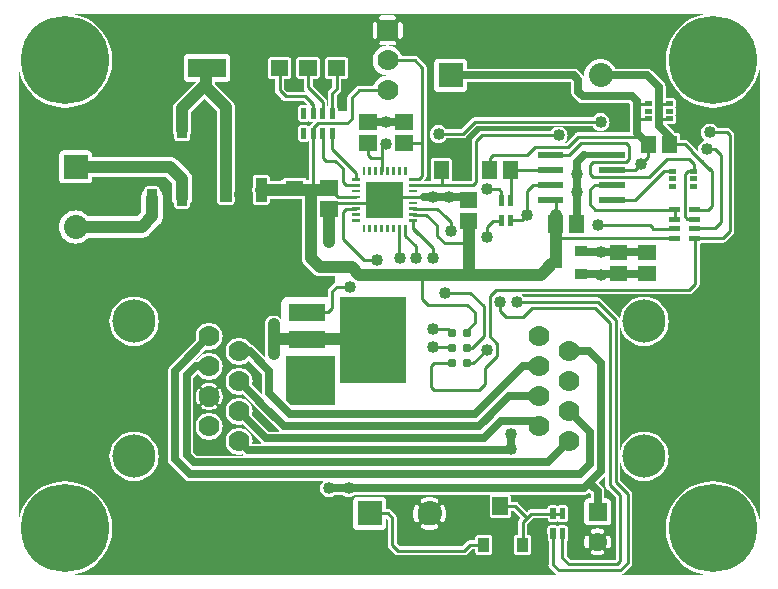
<source format=gbr>
G04 start of page 2 for group 0 idx 0 *
G04 Title: (unknown), component *
G04 Creator: pcb 20140316 *
G04 CreationDate: Sat 17 Sep 2016 09:31:19 PM GMT UTC *
G04 For: ndholmes *
G04 Format: Gerber/RS-274X *
G04 PCB-Dimensions (mil): 2500.00 1900.00 *
G04 PCB-Coordinate-Origin: lower left *
%MOIN*%
%FSLAX25Y25*%
%LNTOP*%
%ADD40C,0.0380*%
%ADD39C,0.1285*%
%ADD38C,0.1280*%
%ADD37C,0.0300*%
%ADD36C,0.0480*%
%ADD35C,0.0390*%
%ADD34R,0.0945X0.0945*%
%ADD33R,0.0378X0.0378*%
%ADD32R,0.0310X0.0310*%
%ADD31R,0.0630X0.0630*%
%ADD30R,0.1220X0.1220*%
%ADD29R,0.0560X0.0560*%
%ADD28R,0.0091X0.0091*%
%ADD27R,0.0360X0.0360*%
%ADD26R,0.0165X0.0165*%
%ADD25R,0.0167X0.0167*%
%ADD24C,0.0310*%
%ADD23R,0.0340X0.0340*%
%ADD22R,0.0512X0.0512*%
%ADD21R,0.0200X0.0200*%
%ADD20C,0.0600*%
%ADD19C,0.2937*%
%ADD18C,0.1440*%
%ADD17C,0.0800*%
%ADD16C,0.0700*%
%ADD15C,0.0400*%
%ADD14C,0.0200*%
%ADD13C,0.0100*%
%ADD12C,0.0250*%
%ADD11C,0.0001*%
G54D11*G36*
X84296Y134795D02*X80359Y134786D01*
X80206Y134749D01*
X80061Y134689D01*
X79926Y134607D01*
X79807Y134504D01*
X79704Y134385D01*
X79622Y134250D01*
X79562Y134105D01*
X79525Y133952D01*
X79516Y133795D01*
X79520Y130686D01*
X79434Y130329D01*
X79397Y129858D01*
X79434Y129387D01*
X79522Y129022D01*
X79525Y125764D01*
X79562Y125611D01*
X79622Y125466D01*
X79704Y125331D01*
X79807Y125212D01*
X79926Y125109D01*
X80061Y125027D01*
X80206Y124967D01*
X80359Y124930D01*
X80516Y124921D01*
X84453Y124930D01*
X84606Y124967D01*
X84751Y125027D01*
X84886Y125109D01*
X85005Y125212D01*
X85108Y125331D01*
X85190Y125466D01*
X85250Y125611D01*
X85287Y125764D01*
X85296Y125921D01*
X85295Y126858D01*
X89000D01*
Y95000D01*
X63297D01*
Y160054D01*
X63500Y160257D01*
X67594Y156163D01*
Y129858D01*
X67622Y129387D01*
X67710Y129022D01*
X67713Y125764D01*
X67750Y125611D01*
X67810Y125466D01*
X67892Y125331D01*
X67995Y125212D01*
X68114Y125109D01*
X68249Y125027D01*
X68394Y124967D01*
X68547Y124930D01*
X68704Y124921D01*
X72641Y124930D01*
X72794Y124967D01*
X72939Y125027D01*
X73074Y125109D01*
X73193Y125212D01*
X73296Y125331D01*
X73378Y125466D01*
X73438Y125611D01*
X73475Y125764D01*
X73484Y125921D01*
X73480Y129030D01*
X73566Y129387D01*
X73594Y129858D01*
Y157288D01*
X73603Y157406D01*
X73566Y157877D01*
X73456Y158336D01*
X73275Y158772D01*
X73029Y159175D01*
X72722Y159534D01*
X72632Y159610D01*
X67000Y165243D01*
Y165860D01*
X70877Y165864D01*
X71107Y165919D01*
X71325Y166009D01*
X71526Y166133D01*
X71706Y166286D01*
X71859Y166466D01*
X71983Y166667D01*
X72073Y166885D01*
X72128Y167115D01*
X72142Y167350D01*
X72128Y173885D01*
X72073Y174115D01*
X71983Y174333D01*
X71859Y174534D01*
X71706Y174714D01*
X71526Y174867D01*
X71325Y174991D01*
X71107Y175081D01*
X70877Y175136D01*
X70642Y175150D01*
X63297Y175142D01*
Y188500D01*
X89000D01*
Y174012D01*
X85391Y174007D01*
X85238Y173970D01*
X85093Y173910D01*
X84958Y173828D01*
X84839Y173725D01*
X84736Y173606D01*
X84654Y173471D01*
X84594Y173326D01*
X84557Y173173D01*
X84548Y173016D01*
X84557Y167741D01*
X84594Y167588D01*
X84654Y167443D01*
X84736Y167308D01*
X84839Y167189D01*
X84958Y167086D01*
X85093Y167004D01*
X85238Y166944D01*
X85391Y166907D01*
X85548Y166898D01*
X87000Y166900D01*
Y163059D01*
X86995Y163000D01*
X87014Y162765D01*
X87069Y162535D01*
X87159Y162317D01*
X87283Y162116D01*
X87436Y161936D01*
X87481Y161898D01*
X89000Y160379D01*
Y132858D01*
X85288D01*
X85287Y133952D01*
X85250Y134105D01*
X85190Y134250D01*
X85108Y134385D01*
X85005Y134504D01*
X84886Y134607D01*
X84751Y134689D01*
X84606Y134749D01*
X84453Y134786D01*
X84296Y134795D01*
G37*
G36*
X63297Y95000D02*X37205D01*
Y113900D01*
X42359D01*
X42500Y113889D01*
X43064Y113933D01*
X43065Y113933D01*
X43616Y114066D01*
X44139Y114282D01*
X44623Y114579D01*
X45053Y114947D01*
X45145Y115054D01*
X48446Y118355D01*
X48553Y118447D01*
X48921Y118877D01*
X49218Y119361D01*
X49434Y119884D01*
X49567Y120435D01*
X49611Y121000D01*
X49600Y121141D01*
Y127250D01*
X49567Y127815D01*
X49434Y128366D01*
X49218Y128889D01*
X48921Y129373D01*
X48553Y129803D01*
X48541Y129814D01*
X48541Y130157D01*
X48504Y130310D01*
X48444Y130455D01*
X48362Y130590D01*
X48259Y130709D01*
X48140Y130812D01*
X48005Y130894D01*
X47860Y130954D01*
X47707Y130991D01*
X47550Y131000D01*
X44293Y130991D01*
X44140Y130954D01*
X43995Y130894D01*
X43860Y130812D01*
X43741Y130709D01*
X43638Y130590D01*
X43556Y130455D01*
X43496Y130310D01*
X43459Y130157D01*
X43450Y130000D01*
X43450Y129807D01*
X43447Y129803D01*
X43079Y129373D01*
X42782Y128889D01*
X42566Y128366D01*
X42433Y127815D01*
X42400Y127250D01*
Y122491D01*
X41009Y121100D01*
X37205D01*
Y134100D01*
X50592D01*
X52600Y132092D01*
Y127250D01*
X52632Y126716D01*
X52756Y126196D01*
X52961Y125702D01*
X53241Y125245D01*
X53458Y124991D01*
X53459Y124343D01*
X53496Y124190D01*
X53556Y124045D01*
X53638Y123910D01*
X53741Y123791D01*
X53860Y123688D01*
X53995Y123606D01*
X54140Y123546D01*
X54293Y123509D01*
X54450Y123500D01*
X57707Y123509D01*
X57860Y123546D01*
X58005Y123606D01*
X58140Y123688D01*
X58259Y123791D01*
X58362Y123910D01*
X58444Y124045D01*
X58504Y124190D01*
X58541Y124343D01*
X58550Y124500D01*
X58549Y125000D01*
X58759Y125245D01*
X59039Y125702D01*
X59244Y126196D01*
X59368Y126716D01*
X59400Y127250D01*
Y133367D01*
X59410Y133500D01*
X59369Y134033D01*
X59368Y134034D01*
X59244Y134554D01*
X59039Y135048D01*
X58759Y135505D01*
X58412Y135912D01*
X58310Y135998D01*
X54498Y139810D01*
X54412Y139912D01*
X54005Y140259D01*
X54005Y140259D01*
X53548Y140539D01*
X53344Y140624D01*
X53054Y140744D01*
X52658Y140839D01*
X52534Y140868D01*
X52000Y140910D01*
X51867Y140900D01*
X37205D01*
Y188500D01*
X63297D01*
Y175142D01*
X57808Y175136D01*
X57578Y175081D01*
X57360Y174991D01*
X57159Y174867D01*
X56979Y174714D01*
X56826Y174534D01*
X56702Y174333D01*
X56612Y174115D01*
X56557Y173885D01*
X56543Y173650D01*
X56557Y167115D01*
X56612Y166885D01*
X56702Y166667D01*
X56826Y166466D01*
X56979Y166286D01*
X57159Y166133D01*
X57360Y166009D01*
X57578Y165919D01*
X57808Y165864D01*
X58043Y165850D01*
X60610Y165853D01*
X53962Y159204D01*
X53872Y159128D01*
X53565Y158769D01*
X53319Y158366D01*
X53138Y157930D01*
X53028Y157471D01*
X53028Y157471D01*
X52991Y157000D01*
X53000Y156882D01*
Y149750D01*
X53028Y149279D01*
X53138Y148820D01*
X53319Y148384D01*
X53457Y148158D01*
X53459Y146843D01*
X53496Y146690D01*
X53556Y146545D01*
X53638Y146410D01*
X53741Y146291D01*
X53860Y146188D01*
X53995Y146106D01*
X54140Y146046D01*
X54293Y146009D01*
X54450Y146000D01*
X57707Y146009D01*
X57860Y146046D01*
X58005Y146106D01*
X58140Y146188D01*
X58259Y146291D01*
X58362Y146410D01*
X58444Y146545D01*
X58504Y146690D01*
X58541Y146843D01*
X58550Y147000D01*
X58548Y148167D01*
X58681Y148384D01*
X58862Y148820D01*
X58972Y149279D01*
X59000Y149750D01*
Y155757D01*
X63297Y160054D01*
Y95000D01*
G37*
G36*
X37205D02*X1500D01*
Y170378D01*
X2038Y168138D01*
X2982Y165858D01*
X4272Y163753D01*
X5876Y161876D01*
X7753Y160272D01*
X9858Y158982D01*
X12138Y158038D01*
X14539Y157461D01*
X17000Y157268D01*
X19461Y157461D01*
X21862Y158038D01*
X24142Y158982D01*
X26247Y160272D01*
X28124Y161876D01*
X29728Y163753D01*
X31018Y165858D01*
X31962Y168138D01*
X32539Y170539D01*
X32684Y173000D01*
X32539Y175461D01*
X31962Y177862D01*
X31018Y180142D01*
X29728Y182247D01*
X28124Y184124D01*
X26247Y185728D01*
X24142Y187018D01*
X21862Y187962D01*
X19622Y188500D01*
X37205D01*
Y140900D01*
X25988D01*
X25986Y141735D01*
X25931Y141965D01*
X25841Y142183D01*
X25717Y142384D01*
X25564Y142564D01*
X25384Y142717D01*
X25183Y142841D01*
X24965Y142931D01*
X24735Y142986D01*
X24500Y143000D01*
X16265Y142986D01*
X16035Y142931D01*
X15817Y142841D01*
X15616Y142717D01*
X15436Y142564D01*
X15283Y142384D01*
X15159Y142183D01*
X15069Y141965D01*
X15014Y141735D01*
X15000Y141500D01*
X15014Y133265D01*
X15069Y133035D01*
X15159Y132817D01*
X15283Y132616D01*
X15436Y132436D01*
X15616Y132283D01*
X15817Y132159D01*
X16035Y132069D01*
X16265Y132014D01*
X16500Y132000D01*
X24735Y132014D01*
X24965Y132069D01*
X25183Y132159D01*
X25384Y132283D01*
X25564Y132436D01*
X25717Y132616D01*
X25841Y132817D01*
X25931Y133035D01*
X25986Y133265D01*
X26000Y133500D01*
X25999Y134100D01*
X37205D01*
Y121100D01*
X24658D01*
X24401Y121401D01*
X23743Y121963D01*
X23005Y122416D01*
X22205Y122747D01*
X21363Y122949D01*
X20500Y123017D01*
X19637Y122949D01*
X18795Y122747D01*
X17995Y122416D01*
X17257Y121963D01*
X16599Y121401D01*
X16037Y120743D01*
X15584Y120005D01*
X15253Y119205D01*
X15051Y118363D01*
X14983Y117500D01*
X15051Y116637D01*
X15253Y115795D01*
X15584Y114995D01*
X16037Y114257D01*
X16599Y113599D01*
X17257Y113037D01*
X17995Y112584D01*
X18795Y112253D01*
X19637Y112051D01*
X20500Y111983D01*
X21363Y112051D01*
X22205Y112253D01*
X23005Y112584D01*
X23743Y113037D01*
X24401Y113599D01*
X24658Y113900D01*
X37205D01*
Y95000D01*
G37*
G36*
X87500D02*Y126858D01*
X90497D01*
X90548Y126855D01*
X92511Y126858D01*
X96000D01*
Y107118D01*
X95991Y107000D01*
X96028Y106529D01*
X96138Y106070D01*
X96319Y105634D01*
X96565Y105231D01*
X96566Y105231D01*
X96872Y104872D01*
X96962Y104796D01*
X99000Y102757D01*
Y95000D01*
X87500D01*
G37*
G36*
X128750Y188500D02*X136000D01*
Y172621D01*
X134602Y174019D01*
X134564Y174064D01*
X134384Y174217D01*
X134183Y174341D01*
X133965Y174431D01*
X133735Y174486D01*
X133500Y174505D01*
X133441Y174500D01*
X129282D01*
X129270Y174550D01*
X128969Y175277D01*
X128750Y175634D01*
Y180248D01*
X128868Y180257D01*
X128982Y180285D01*
X129092Y180330D01*
X129192Y180391D01*
X129282Y180468D01*
X129359Y180558D01*
X129420Y180658D01*
X129465Y180768D01*
X129493Y180882D01*
X129500Y181000D01*
Y185000D01*
X129493Y185118D01*
X129465Y185232D01*
X129420Y185342D01*
X129359Y185442D01*
X129282Y185532D01*
X129192Y185609D01*
X129092Y185670D01*
X128982Y185715D01*
X128868Y185743D01*
X128750Y185752D01*
Y188500D01*
G37*
G36*
X124500D02*X128750D01*
Y185752D01*
X128632Y185743D01*
X128518Y185715D01*
X128408Y185670D01*
X128308Y185609D01*
X128218Y185532D01*
X128141Y185442D01*
X128080Y185342D01*
X128035Y185232D01*
X128007Y185118D01*
X128000Y185000D01*
Y181000D01*
X128007Y180882D01*
X128035Y180768D01*
X128080Y180658D01*
X128141Y180558D01*
X128218Y180468D01*
X128308Y180391D01*
X128408Y180330D01*
X128518Y180285D01*
X128632Y180257D01*
X128750Y180248D01*
Y175634D01*
X128558Y175948D01*
X128046Y176546D01*
X127448Y177058D01*
X126777Y177469D01*
X126050Y177770D01*
X125285Y177954D01*
X124696Y178000D01*
X126500D01*
X126618Y178007D01*
X126732Y178035D01*
X126842Y178080D01*
X126942Y178141D01*
X127032Y178218D01*
X127109Y178308D01*
X127170Y178408D01*
X127215Y178518D01*
X127243Y178632D01*
X127252Y178750D01*
X127243Y178868D01*
X127215Y178982D01*
X127170Y179092D01*
X127109Y179192D01*
X127032Y179282D01*
X126942Y179359D01*
X126842Y179420D01*
X126732Y179465D01*
X126618Y179493D01*
X126500Y179500D01*
X124500D01*
Y186500D01*
X126500D01*
X126618Y186507D01*
X126732Y186535D01*
X126842Y186580D01*
X126942Y186641D01*
X127032Y186718D01*
X127109Y186808D01*
X127170Y186908D01*
X127215Y187018D01*
X127243Y187132D01*
X127252Y187250D01*
X127243Y187368D01*
X127215Y187482D01*
X127170Y187592D01*
X127109Y187692D01*
X127032Y187782D01*
X126942Y187859D01*
X126842Y187920D01*
X126732Y187965D01*
X126618Y187993D01*
X126500Y188000D01*
X124500D01*
Y188500D01*
G37*
G36*
X120250Y170366D02*X120442Y170052D01*
X120954Y169454D01*
X121552Y168942D01*
X122223Y168531D01*
X122950Y168230D01*
X123715Y168046D01*
X124304Y168000D01*
X123715Y167954D01*
X122950Y167770D01*
X122223Y167469D01*
X121552Y167058D01*
X120954Y166546D01*
X120442Y165948D01*
X120250Y165634D01*
Y170366D01*
G37*
G36*
Y188500D02*X124500D01*
Y188000D01*
X122500D01*
X122382Y187993D01*
X122268Y187965D01*
X122158Y187920D01*
X122058Y187859D01*
X121968Y187782D01*
X121891Y187692D01*
X121830Y187592D01*
X121785Y187482D01*
X121757Y187368D01*
X121748Y187250D01*
X121757Y187132D01*
X121785Y187018D01*
X121830Y186908D01*
X121891Y186808D01*
X121968Y186718D01*
X122058Y186641D01*
X122158Y186580D01*
X122268Y186535D01*
X122382Y186507D01*
X122500Y186500D01*
X124500D01*
Y179500D01*
X122500D01*
X122382Y179493D01*
X122268Y179465D01*
X122158Y179420D01*
X122058Y179359D01*
X121968Y179282D01*
X121891Y179192D01*
X121830Y179092D01*
X121785Y178982D01*
X121757Y178868D01*
X121748Y178750D01*
X121757Y178632D01*
X121785Y178518D01*
X121830Y178408D01*
X121891Y178308D01*
X121968Y178218D01*
X122058Y178141D01*
X122158Y178080D01*
X122268Y178035D01*
X122382Y178007D01*
X122500Y178000D01*
X124304D01*
X123715Y177954D01*
X122950Y177770D01*
X122223Y177469D01*
X121552Y177058D01*
X120954Y176546D01*
X120442Y175948D01*
X120250Y175634D01*
Y180248D01*
X120368Y180257D01*
X120482Y180285D01*
X120592Y180330D01*
X120692Y180391D01*
X120782Y180468D01*
X120859Y180558D01*
X120920Y180658D01*
X120965Y180768D01*
X120993Y180882D01*
X121000Y181000D01*
Y185000D01*
X120993Y185118D01*
X120965Y185232D01*
X120920Y185342D01*
X120859Y185442D01*
X120782Y185532D01*
X120692Y185609D01*
X120592Y185670D01*
X120482Y185715D01*
X120368Y185743D01*
X120250Y185752D01*
Y188500D01*
G37*
G36*
X84548Y173016D02*X84557Y167741D01*
X84594Y167588D01*
X84654Y167443D01*
X84736Y167308D01*
X84839Y167189D01*
X84958Y167086D01*
X85093Y167004D01*
X85238Y166944D01*
X85391Y166907D01*
X85548Y166898D01*
X87000Y166900D01*
Y163059D01*
X86995Y163000D01*
X87014Y162765D01*
X87069Y162535D01*
X87159Y162317D01*
X87283Y162116D01*
X87436Y161936D01*
X87481Y161898D01*
X89398Y159981D01*
X89436Y159936D01*
X89615Y159783D01*
X89616Y159783D01*
X89817Y159659D01*
X90035Y159569D01*
X90265Y159514D01*
X90500Y159495D01*
X90559Y159500D01*
X96379D01*
X97864Y158015D01*
X97722Y158073D01*
X97569Y158110D01*
X97412Y158120D01*
X95583Y158110D01*
X95430Y158073D01*
X95284Y158013D01*
X95150Y157931D01*
X95030Y157829D01*
X94928Y157709D01*
X94846Y157575D01*
X94786Y157429D01*
X94749Y157276D01*
X94739Y157120D01*
X94742Y156000D01*
X73594D01*
Y157288D01*
X73603Y157406D01*
X73566Y157877D01*
X73456Y158336D01*
X73275Y158772D01*
X73029Y159175D01*
X72722Y159534D01*
X72632Y159610D01*
X67000Y165243D01*
Y165860D01*
X70877Y165864D01*
X71107Y165919D01*
X71325Y166009D01*
X71526Y166133D01*
X71706Y166286D01*
X71859Y166466D01*
X71983Y166667D01*
X72073Y166885D01*
X72128Y167115D01*
X72142Y167350D01*
X72128Y173885D01*
X72073Y174115D01*
X71983Y174333D01*
X71859Y174534D01*
X71706Y174714D01*
X71526Y174867D01*
X71325Y174991D01*
X71107Y175081D01*
X70877Y175136D01*
X70642Y175150D01*
X57808Y175136D01*
X57578Y175081D01*
X57360Y174991D01*
X57159Y174867D01*
X56979Y174714D01*
X56826Y174534D01*
X56702Y174333D01*
X56612Y174115D01*
X56557Y173885D01*
X56543Y173650D01*
X56557Y167115D01*
X56612Y166885D01*
X56702Y166667D01*
X56826Y166466D01*
X56979Y166286D01*
X57159Y166133D01*
X57360Y166009D01*
X57578Y165919D01*
X57808Y165864D01*
X58043Y165850D01*
X60610Y165853D01*
X53962Y159204D01*
X53872Y159128D01*
X53565Y158769D01*
X53319Y158366D01*
X53138Y157930D01*
X53028Y157471D01*
X53028Y157471D01*
X52991Y157000D01*
X53000Y156882D01*
Y156000D01*
X38500D01*
Y188500D01*
X120250D01*
Y185752D01*
X120132Y185743D01*
X120018Y185715D01*
X119908Y185670D01*
X119808Y185609D01*
X119718Y185532D01*
X119641Y185442D01*
X119580Y185342D01*
X119535Y185232D01*
X119507Y185118D01*
X119500Y185000D01*
Y181000D01*
X119507Y180882D01*
X119535Y180768D01*
X119580Y180658D01*
X119641Y180558D01*
X119718Y180468D01*
X119808Y180391D01*
X119908Y180330D01*
X120018Y180285D01*
X120132Y180257D01*
X120250Y180248D01*
Y175634D01*
X120031Y175277D01*
X119730Y174550D01*
X119546Y173785D01*
X119485Y173000D01*
X119546Y172215D01*
X119730Y171450D01*
X120031Y170723D01*
X120250Y170366D01*
Y165634D01*
X120031Y165277D01*
X119730Y164550D01*
X119718Y164500D01*
X115059D01*
X115000Y164505D01*
X114765Y164486D01*
X114535Y164431D01*
X114317Y164341D01*
X114116Y164217D01*
X114115Y164217D01*
X113936Y164064D01*
X113898Y164019D01*
X111481Y161602D01*
X111436Y161564D01*
X111283Y161384D01*
X111159Y161183D01*
X111069Y160965D01*
X111014Y160735D01*
X111014Y160735D01*
X110995Y160500D01*
X111000Y160441D01*
Y156000D01*
X107854D01*
X107851Y157276D01*
X107814Y157429D01*
X107754Y157575D01*
X107672Y157709D01*
X107570Y157829D01*
X107500Y157888D01*
Y161379D01*
X108519Y162398D01*
X108564Y162436D01*
X108717Y162615D01*
X108717Y162616D01*
X108841Y162817D01*
X108931Y163035D01*
X108986Y163265D01*
X109005Y163500D01*
X109000Y163559D01*
Y166905D01*
X110609Y166907D01*
X110762Y166944D01*
X110907Y167004D01*
X111042Y167086D01*
X111161Y167189D01*
X111264Y167308D01*
X111346Y167443D01*
X111406Y167588D01*
X111443Y167741D01*
X111452Y167898D01*
X111443Y173173D01*
X111406Y173326D01*
X111346Y173471D01*
X111264Y173606D01*
X111161Y173725D01*
X111042Y173828D01*
X110907Y173910D01*
X110762Y173970D01*
X110609Y174007D01*
X110452Y174016D01*
X104391Y174007D01*
X104238Y173970D01*
X104093Y173910D01*
X103958Y173828D01*
X103839Y173725D01*
X103736Y173606D01*
X103654Y173471D01*
X103594Y173326D01*
X103557Y173173D01*
X103548Y173016D01*
X103557Y167741D01*
X103594Y167588D01*
X103654Y167443D01*
X103736Y167308D01*
X103839Y167189D01*
X103958Y167086D01*
X104093Y167004D01*
X104238Y166944D01*
X104391Y166907D01*
X104548Y166898D01*
X106000Y166900D01*
Y164121D01*
X104981Y163102D01*
X104936Y163064D01*
X104783Y162884D01*
X104659Y162683D01*
X104569Y162465D01*
X104514Y162235D01*
X104514Y162235D01*
X104495Y162000D01*
X104500Y161941D01*
Y157847D01*
X104478Y157829D01*
X104449Y157795D01*
X104421Y157829D01*
X104350Y157889D01*
Y159091D01*
X104355Y159150D01*
X104336Y159385D01*
X104336Y159385D01*
X104281Y159615D01*
X104191Y159833D01*
X104067Y160034D01*
X103914Y160214D01*
X103869Y160252D01*
X99500Y164621D01*
Y166948D01*
X101109Y166950D01*
X101262Y166987D01*
X101407Y167047D01*
X101542Y167129D01*
X101661Y167232D01*
X101764Y167351D01*
X101846Y167486D01*
X101906Y167631D01*
X101943Y167784D01*
X101952Y167941D01*
X101943Y173216D01*
X101906Y173369D01*
X101846Y173514D01*
X101764Y173649D01*
X101661Y173768D01*
X101542Y173871D01*
X101407Y173953D01*
X101262Y174013D01*
X101109Y174050D01*
X100952Y174059D01*
X94891Y174050D01*
X94738Y174013D01*
X94593Y173953D01*
X94458Y173871D01*
X94339Y173768D01*
X94236Y173649D01*
X94154Y173514D01*
X94094Y173369D01*
X94057Y173216D01*
X94048Y173059D01*
X94057Y167784D01*
X94094Y167631D01*
X94154Y167486D01*
X94236Y167351D01*
X94339Y167232D01*
X94458Y167129D01*
X94593Y167047D01*
X94738Y166987D01*
X94891Y166950D01*
X95048Y166941D01*
X96500Y166943D01*
Y164059D01*
X96495Y164000D01*
X96514Y163765D01*
X96569Y163535D01*
X96659Y163317D01*
X96783Y163116D01*
X96783Y163115D01*
X96936Y162936D01*
X96981Y162898D01*
X97442Y162436D01*
X97235Y162486D01*
X97000Y162505D01*
X96941Y162500D01*
X91121D01*
X90000Y163621D01*
Y166905D01*
X91609Y166907D01*
X91762Y166944D01*
X91907Y167004D01*
X92042Y167086D01*
X92161Y167189D01*
X92264Y167308D01*
X92346Y167443D01*
X92406Y167588D01*
X92443Y167741D01*
X92452Y167898D01*
X92443Y173173D01*
X92406Y173326D01*
X92346Y173471D01*
X92264Y173606D01*
X92161Y173725D01*
X92042Y173828D01*
X91907Y173910D01*
X91762Y173970D01*
X91609Y174007D01*
X91452Y174016D01*
X85391Y174007D01*
X85238Y173970D01*
X85093Y173910D01*
X84958Y173828D01*
X84839Y173725D01*
X84736Y173606D01*
X84654Y173471D01*
X84594Y173326D01*
X84557Y173173D01*
X84548Y173016D01*
G37*
G36*
X84557Y167741D01*
X84594Y167588D01*
X84654Y167443D01*
X84736Y167308D01*
X84839Y167189D01*
X84958Y167086D01*
X85093Y167004D01*
X85238Y166944D01*
X85391Y166907D01*
X85548Y166898D01*
X87000Y166900D01*
Y163059D01*
X86995Y163000D01*
X87014Y162765D01*
X87069Y162535D01*
X87159Y162317D01*
X87283Y162116D01*
X87436Y161936D01*
X87481Y161898D01*
X89398Y159981D01*
X89436Y159936D01*
X89615Y159783D01*
X89616Y159783D01*
X89817Y159659D01*
X90035Y159569D01*
X90265Y159514D01*
X90500Y159495D01*
X90559Y159500D01*
X93500D01*
Y148500D01*
X73594D01*
Y157288D01*
X73603Y157406D01*
X73566Y157877D01*
X73456Y158336D01*
X73275Y158772D01*
X73029Y159175D01*
X72722Y159534D01*
X72632Y159610D01*
X67000Y165243D01*
Y165860D01*
X70877Y165864D01*
X71107Y165919D01*
X71325Y166009D01*
X71526Y166133D01*
X71706Y166286D01*
X71859Y166466D01*
X71983Y166667D01*
X72073Y166885D01*
X72128Y167115D01*
X72142Y167350D01*
X72128Y173885D01*
X72073Y174115D01*
X71983Y174333D01*
X71859Y174534D01*
X71706Y174714D01*
X71526Y174867D01*
X71325Y174991D01*
X71107Y175081D01*
X70877Y175136D01*
X70642Y175150D01*
X57808Y175136D01*
X57578Y175081D01*
X57360Y174991D01*
X57159Y174867D01*
X56979Y174714D01*
X56826Y174534D01*
X56702Y174333D01*
X56612Y174115D01*
X56557Y173885D01*
X56543Y173650D01*
X56557Y167115D01*
X56612Y166885D01*
X56702Y166667D01*
X56826Y166466D01*
X56979Y166286D01*
X57159Y166133D01*
X57360Y166009D01*
X57578Y165919D01*
X57808Y165864D01*
X58043Y165850D01*
X60610Y165853D01*
X53962Y159204D01*
X53872Y159128D01*
X53565Y158769D01*
X53319Y158366D01*
X53138Y157930D01*
X53028Y157471D01*
X53028Y157471D01*
X52991Y157000D01*
X53000Y156882D01*
Y149750D01*
X53028Y149279D01*
X53138Y148820D01*
X53271Y148500D01*
X38500D01*
Y179000D01*
X93500D01*
Y162500D01*
X91121D01*
X90000Y163621D01*
Y166905D01*
X91609Y166907D01*
X91762Y166944D01*
X91907Y167004D01*
X92042Y167086D01*
X92161Y167189D01*
X92264Y167308D01*
X92346Y167443D01*
X92406Y167588D01*
X92443Y167741D01*
X92452Y167898D01*
X92443Y173173D01*
X92406Y173326D01*
X92346Y173471D01*
X92264Y173606D01*
X92161Y173725D01*
X92042Y173828D01*
X91907Y173910D01*
X91762Y173970D01*
X91609Y174007D01*
X91452Y174016D01*
X85391Y174007D01*
X85238Y173970D01*
X85093Y173910D01*
X84958Y173828D01*
X84839Y173725D01*
X84736Y173606D01*
X84654Y173471D01*
X84594Y173326D01*
X84557Y173173D01*
X84548Y173016D01*
G37*
G36*
X56543Y173650D02*X56557Y167115D01*
X56612Y166885D01*
X56702Y166667D01*
X56826Y166466D01*
X56979Y166286D01*
X57159Y166133D01*
X57360Y166009D01*
X57578Y165919D01*
X57808Y165864D01*
X58043Y165850D01*
X60610Y165853D01*
X53962Y159204D01*
X53872Y159128D01*
X53565Y158769D01*
X53319Y158366D01*
X53138Y157930D01*
X53028Y157471D01*
X53028Y157471D01*
X52991Y157000D01*
X53000Y156882D01*
Y149750D01*
X53028Y149279D01*
X53095Y149000D01*
X51500D01*
Y178500D01*
X75500D01*
Y149000D01*
X73594D01*
Y157288D01*
X73603Y157406D01*
X73566Y157877D01*
X73456Y158336D01*
X73275Y158772D01*
X73029Y159175D01*
X72722Y159534D01*
X72632Y159610D01*
X67000Y165243D01*
Y165860D01*
X70877Y165864D01*
X71107Y165919D01*
X71325Y166009D01*
X71526Y166133D01*
X71706Y166286D01*
X71859Y166466D01*
X71983Y166667D01*
X72073Y166885D01*
X72128Y167115D01*
X72142Y167350D01*
X72128Y173885D01*
X72073Y174115D01*
X71983Y174333D01*
X71859Y174534D01*
X71706Y174714D01*
X71526Y174867D01*
X71325Y174991D01*
X71107Y175081D01*
X70877Y175136D01*
X70642Y175150D01*
X57808Y175136D01*
X57578Y175081D01*
X57360Y174991D01*
X57159Y174867D01*
X56979Y174714D01*
X56826Y174534D01*
X56702Y174333D01*
X56612Y174115D01*
X56557Y173885D01*
X56543Y173650D01*
G37*
G36*
X97412Y151424D02*X95583Y151414D01*
X95430Y151377D01*
X95284Y151317D01*
X95150Y151235D01*
X95030Y151133D01*
X94928Y151013D01*
X94846Y150879D01*
X94786Y150733D01*
X94749Y150580D01*
X94739Y150424D01*
X94749Y146724D01*
X94786Y146571D01*
X94846Y146425D01*
X94928Y146291D01*
X95030Y146171D01*
X95150Y146069D01*
X95284Y145987D01*
X95430Y145927D01*
X95583Y145890D01*
X95739Y145880D01*
X97569Y145890D01*
X97722Y145927D01*
X97868Y145987D01*
X98002Y146069D01*
X98122Y146171D01*
X98150Y146205D01*
X98179Y146171D01*
X98225Y146132D01*
Y133000D01*
X97443D01*
X97443Y133130D01*
X97406Y133283D01*
X97346Y133428D01*
X97264Y133563D01*
X97161Y133682D01*
X97042Y133785D01*
X96907Y133867D01*
X96762Y133927D01*
X96609Y133964D01*
X96452Y133973D01*
X90391Y133964D01*
X90238Y133927D01*
X90093Y133867D01*
X89958Y133785D01*
X89839Y133682D01*
X89736Y133563D01*
X89654Y133428D01*
X89594Y133283D01*
X89557Y133130D01*
X89550Y133000D01*
X87500D01*
Y154500D01*
X94746D01*
X94749Y153420D01*
X94786Y153267D01*
X94846Y153121D01*
X94928Y152987D01*
X95030Y152867D01*
X95150Y152765D01*
X95284Y152683D01*
X95430Y152623D01*
X95583Y152586D01*
X95739Y152576D01*
X97569Y152586D01*
X97722Y152623D01*
X97868Y152683D01*
X98002Y152765D01*
X98122Y152867D01*
X98150Y152901D01*
X98179Y152867D01*
X98299Y152765D01*
X98433Y152683D01*
X98579Y152623D01*
X98732Y152586D01*
X98888Y152576D01*
X99500Y152580D01*
Y152321D01*
X98706Y151527D01*
X98661Y151489D01*
X98559Y151369D01*
X98433Y151317D01*
X98299Y151235D01*
X98179Y151133D01*
X98150Y151099D01*
X98122Y151133D01*
X98002Y151235D01*
X97868Y151317D01*
X97722Y151377D01*
X97569Y151414D01*
X97412Y151424D01*
G37*
G36*
X94744Y148500D02*X74500D01*
Y164000D01*
X87000D01*
Y163059D01*
X86995Y163000D01*
X87014Y162765D01*
X87069Y162535D01*
X87159Y162317D01*
X87283Y162116D01*
X87436Y161936D01*
X87481Y161898D01*
X89398Y159981D01*
X89436Y159936D01*
X89615Y159783D01*
X89616Y159783D01*
X89817Y159659D01*
X90035Y159569D01*
X90265Y159514D01*
X90500Y159495D01*
X90559Y159500D01*
X96379D01*
X97000Y158879D01*
Y158117D01*
X95583Y158110D01*
X95430Y158073D01*
X95284Y158013D01*
X95150Y157931D01*
X95030Y157829D01*
X94928Y157709D01*
X94846Y157575D01*
X94786Y157429D01*
X94749Y157276D01*
X94739Y157120D01*
X94749Y153420D01*
X94786Y153267D01*
X94846Y153121D01*
X94928Y152987D01*
X95030Y152867D01*
X95150Y152765D01*
X95284Y152683D01*
X95430Y152623D01*
X95583Y152586D01*
X95739Y152576D01*
X97000Y152583D01*
Y151421D01*
X95583Y151414D01*
X95430Y151377D01*
X95284Y151317D01*
X95150Y151235D01*
X95030Y151133D01*
X94928Y151013D01*
X94846Y150879D01*
X94786Y150733D01*
X94749Y150580D01*
X94739Y150424D01*
X94744Y148500D01*
G37*
G36*
X90500Y74500D02*X107000D01*
Y58000D01*
X92182D01*
X90500Y59682D01*
Y74500D01*
G37*
G36*
X108500Y94000D02*X130500D01*
Y65500D01*
X108500D01*
Y94000D01*
G37*
G36*
X65002Y32750D02*X103015D01*
X102872Y32628D01*
X102565Y32269D01*
X102319Y31866D01*
X102138Y31430D01*
X102028Y30971D01*
X101991Y30500D01*
X102028Y30029D01*
X102138Y29570D01*
X102319Y29134D01*
X102565Y28731D01*
X102872Y28372D01*
X103231Y28065D01*
X103634Y27819D01*
X104070Y27638D01*
X104529Y27528D01*
X105000Y27491D01*
X105471Y27528D01*
X105930Y27638D01*
X106366Y27819D01*
X106769Y28065D01*
X106985Y28250D01*
X107000D01*
Y1500D01*
X65002D01*
Y32750D01*
G37*
G36*
X76166Y51652D02*X82347Y45471D01*
X82404Y45404D01*
X82585Y45250D01*
X79448D01*
X79458Y45294D01*
X79500Y46000D01*
X79458Y46706D01*
X79293Y47395D01*
X79022Y48049D01*
X78652Y48653D01*
X78192Y49192D01*
X77653Y49652D01*
X77049Y50022D01*
X76395Y50293D01*
X75706Y50458D01*
X75000Y50514D01*
X74294Y50458D01*
X73605Y50293D01*
X72951Y50022D01*
X72347Y49652D01*
X71808Y49192D01*
X71348Y48653D01*
X70978Y48049D01*
X70707Y47395D01*
X70542Y46706D01*
X70486Y46000D01*
X70542Y45294D01*
X70707Y44605D01*
X70978Y43951D01*
X71348Y43347D01*
X71808Y42808D01*
X72347Y42348D01*
X72951Y41978D01*
X73605Y41707D01*
X74294Y41542D01*
X75000Y41486D01*
X75706Y41542D01*
X76166Y41652D01*
X76347Y41471D01*
X76404Y41404D01*
X76585Y41250D01*
X68720D01*
Y48459D01*
X69022Y48951D01*
X69293Y49605D01*
X69458Y50294D01*
X69500Y51000D01*
X69458Y51706D01*
X69293Y52395D01*
X69022Y53049D01*
X68720Y53541D01*
Y58544D01*
X68771Y58583D01*
X68826Y58639D01*
X68870Y58704D01*
X69064Y59056D01*
X69221Y59426D01*
X69344Y59809D01*
X69433Y60200D01*
X69487Y60599D01*
X69504Y61000D01*
X69487Y61401D01*
X69433Y61800D01*
X69344Y62191D01*
X69221Y62574D01*
X69064Y62944D01*
X68874Y63298D01*
X68829Y63363D01*
X68774Y63420D01*
X68720Y63460D01*
Y68459D01*
X69022Y68951D01*
X69293Y69605D01*
X69458Y70294D01*
X69500Y71000D01*
X69458Y71706D01*
X69293Y72395D01*
X69022Y73049D01*
X68720Y73541D01*
Y78459D01*
X69022Y78951D01*
X69293Y79605D01*
X69458Y80294D01*
X69500Y81000D01*
X69458Y81706D01*
X69293Y82395D01*
X69022Y83049D01*
X68720Y83541D01*
Y107500D01*
X96000D01*
Y107118D01*
X95991Y107000D01*
X96028Y106529D01*
X96138Y106070D01*
X96319Y105634D01*
X96565Y105231D01*
X96566Y105231D01*
X96872Y104872D01*
X96962Y104796D01*
X99796Y101962D01*
X99872Y101872D01*
X100231Y101565D01*
X100231Y101565D01*
X100634Y101319D01*
X101070Y101138D01*
X101440Y101049D01*
X101529Y101028D01*
X101529D01*
X102000Y100991D01*
X102118Y101000D01*
X107000D01*
Y98916D01*
X106817Y98841D01*
X106616Y98717D01*
X106615Y98717D01*
X106436Y98564D01*
X106398Y98519D01*
X104981Y97102D01*
X104936Y97064D01*
X104783Y96884D01*
X104659Y96683D01*
X104569Y96465D01*
X104514Y96235D01*
X104514Y96235D01*
X104495Y96000D01*
X104500Y95941D01*
Y94175D01*
X104475Y94185D01*
X104092Y94277D01*
X103700Y94300D01*
X91108Y94277D01*
X90725Y94185D01*
X90362Y94034D01*
X90026Y93829D01*
X89727Y93573D01*
X89471Y93274D01*
X89266Y92938D01*
X89115Y92575D01*
X89023Y92192D01*
X89000Y91800D01*
X89020Y86629D01*
X88935Y86769D01*
X88628Y87128D01*
X88269Y87435D01*
X87866Y87681D01*
X87430Y87862D01*
X86971Y87972D01*
X86500Y88009D01*
X86029Y87972D01*
X85570Y87862D01*
X85134Y87681D01*
X84731Y87435D01*
X84372Y87128D01*
X84065Y86769D01*
X83819Y86366D01*
X83638Y85930D01*
X83528Y85471D01*
X83528Y85471D01*
X83491Y85000D01*
X83500Y84882D01*
Y80118D01*
X83491Y80000D01*
X83500Y79882D01*
Y75118D01*
X83491Y75000D01*
X83528Y74529D01*
X83638Y74070D01*
X83657Y74025D01*
X80153Y77529D01*
X80096Y77596D01*
X79827Y77826D01*
X79525Y78011D01*
X79197Y78146D01*
X78922Y78213D01*
X78652Y78653D01*
X78192Y79192D01*
X77653Y79652D01*
X77049Y80022D01*
X76395Y80293D01*
X75706Y80458D01*
X75000Y80514D01*
X74294Y80458D01*
X73605Y80293D01*
X72951Y80022D01*
X72347Y79652D01*
X71808Y79192D01*
X71348Y78653D01*
X70978Y78049D01*
X70707Y77395D01*
X70542Y76706D01*
X70486Y76000D01*
X70542Y75294D01*
X70707Y74605D01*
X70978Y73951D01*
X71348Y73347D01*
X71808Y72808D01*
X72347Y72348D01*
X72951Y71978D01*
X73605Y71707D01*
X74294Y71542D01*
X75000Y71486D01*
X75706Y71542D01*
X76395Y71707D01*
X77049Y71978D01*
X77653Y72348D01*
X78192Y72808D01*
X78338Y72980D01*
X82750Y68568D01*
Y62088D01*
X82743Y62000D01*
X82771Y61647D01*
X82845Y61337D01*
X79348Y64834D01*
X79458Y65294D01*
X79500Y66000D01*
X79458Y66706D01*
X79293Y67395D01*
X79022Y68049D01*
X78652Y68653D01*
X78192Y69192D01*
X77653Y69652D01*
X77049Y70022D01*
X76395Y70293D01*
X75706Y70458D01*
X75000Y70514D01*
X74294Y70458D01*
X73605Y70293D01*
X72951Y70022D01*
X72347Y69652D01*
X71808Y69192D01*
X71348Y68653D01*
X70978Y68049D01*
X70707Y67395D01*
X70542Y66706D01*
X70486Y66000D01*
X70542Y65294D01*
X70707Y64605D01*
X70978Y63951D01*
X71348Y63347D01*
X71808Y62808D01*
X72347Y62348D01*
X72951Y61978D01*
X73605Y61707D01*
X74294Y61542D01*
X75000Y61486D01*
X75706Y61542D01*
X76166Y61652D01*
X88347Y49471D01*
X88404Y49404D01*
X88585Y49250D01*
X84932D01*
X79348Y54834D01*
X79458Y55294D01*
X79500Y56000D01*
X79458Y56706D01*
X79293Y57395D01*
X79022Y58049D01*
X78652Y58653D01*
X78192Y59192D01*
X77653Y59652D01*
X77049Y60022D01*
X76395Y60293D01*
X75706Y60458D01*
X75000Y60514D01*
X74294Y60458D01*
X73605Y60293D01*
X72951Y60022D01*
X72347Y59652D01*
X71808Y59192D01*
X71348Y58653D01*
X70978Y58049D01*
X70707Y57395D01*
X70542Y56706D01*
X70486Y56000D01*
X70542Y55294D01*
X70707Y54605D01*
X70978Y53951D01*
X71348Y53347D01*
X71808Y52808D01*
X72347Y52348D01*
X72951Y51978D01*
X73605Y51707D01*
X74294Y51542D01*
X75000Y51486D01*
X75706Y51542D01*
X76166Y51652D01*
G37*
G36*
X68720Y83541D02*X68652Y83653D01*
X68192Y84192D01*
X67653Y84652D01*
X67049Y85022D01*
X66395Y85293D01*
X65706Y85458D01*
X65002Y85514D01*
Y107500D01*
X68720D01*
Y83541D01*
G37*
G36*
Y73541D02*X68652Y73653D01*
X68192Y74192D01*
X67653Y74652D01*
X67049Y75022D01*
X66395Y75293D01*
X65706Y75458D01*
X65002Y75514D01*
Y76486D01*
X65706Y76542D01*
X66395Y76707D01*
X67049Y76978D01*
X67653Y77348D01*
X68192Y77808D01*
X68652Y78347D01*
X68720Y78459D01*
Y73541D01*
G37*
G36*
Y53541D02*X68652Y53653D01*
X68192Y54192D01*
X67653Y54652D01*
X67049Y55022D01*
X66395Y55293D01*
X65706Y55458D01*
X65002Y55514D01*
Y56496D01*
X65401Y56513D01*
X65800Y56567D01*
X66191Y56656D01*
X66574Y56779D01*
X66944Y56936D01*
X67298Y57126D01*
X67363Y57171D01*
X67420Y57226D01*
X67468Y57290D01*
X67504Y57360D01*
X67530Y57435D01*
X67544Y57513D01*
X67545Y57592D01*
X67533Y57671D01*
X67510Y57746D01*
X67475Y57817D01*
X67429Y57882D01*
X67374Y57939D01*
X67311Y57987D01*
X67241Y58024D01*
X67166Y58049D01*
X67088Y58063D01*
X67008Y58064D01*
X66930Y58052D01*
X66854Y58029D01*
X66784Y57993D01*
X66510Y57843D01*
X66223Y57721D01*
X65926Y57625D01*
X65621Y57556D01*
X65312Y57514D01*
X65002Y57500D01*
Y64500D01*
X65312Y64486D01*
X65621Y64444D01*
X65926Y64375D01*
X66223Y64279D01*
X66510Y64157D01*
X66786Y64010D01*
X66855Y63974D01*
X66931Y63951D01*
X67009Y63940D01*
X67087Y63941D01*
X67165Y63954D01*
X67239Y63980D01*
X67309Y64016D01*
X67372Y64064D01*
X67427Y64120D01*
X67472Y64184D01*
X67507Y64255D01*
X67530Y64330D01*
X67541Y64408D01*
X67540Y64487D01*
X67527Y64564D01*
X67501Y64639D01*
X67465Y64708D01*
X67417Y64771D01*
X67361Y64826D01*
X67296Y64870D01*
X66944Y65064D01*
X66574Y65221D01*
X66191Y65344D01*
X65800Y65433D01*
X65401Y65487D01*
X65002Y65504D01*
Y66486D01*
X65706Y66542D01*
X66395Y66707D01*
X67049Y66978D01*
X67653Y67348D01*
X68192Y67808D01*
X68652Y68347D01*
X68720Y68459D01*
Y63460D01*
X68710Y63468D01*
X68640Y63504D01*
X68565Y63530D01*
X68487Y63544D01*
X68408Y63545D01*
X68329Y63533D01*
X68254Y63510D01*
X68183Y63475D01*
X68118Y63429D01*
X68061Y63374D01*
X68013Y63311D01*
X67976Y63241D01*
X67951Y63166D01*
X67937Y63088D01*
X67936Y63008D01*
X67948Y62930D01*
X67971Y62854D01*
X68007Y62784D01*
X68157Y62510D01*
X68279Y62223D01*
X68375Y61926D01*
X68444Y61621D01*
X68486Y61312D01*
X68500Y61000D01*
X68486Y60688D01*
X68444Y60379D01*
X68375Y60074D01*
X68279Y59777D01*
X68157Y59490D01*
X68010Y59214D01*
X67974Y59145D01*
X67951Y59069D01*
X67940Y58991D01*
X67941Y58913D01*
X67954Y58835D01*
X67980Y58761D01*
X68016Y58691D01*
X68064Y58628D01*
X68120Y58573D01*
X68184Y58528D01*
X68255Y58493D01*
X68330Y58470D01*
X68408Y58459D01*
X68487Y58460D01*
X68564Y58473D01*
X68639Y58499D01*
X68708Y58535D01*
X68720Y58544D01*
Y53541D01*
G37*
G36*
Y41250D02*X65002D01*
Y46486D01*
X65706Y46542D01*
X66395Y46707D01*
X67049Y46978D01*
X67653Y47348D01*
X68192Y47808D01*
X68652Y48347D01*
X68720Y48459D01*
Y41250D01*
G37*
G36*
X65002Y85514D02*X65000Y85514D01*
X64294Y85458D01*
X63605Y85293D01*
X62951Y85022D01*
X62347Y84652D01*
X61808Y84192D01*
X61348Y83653D01*
X60978Y83049D01*
X60707Y82395D01*
X60542Y81706D01*
X60486Y81000D01*
X60542Y80294D01*
X60652Y79834D01*
X51971Y71153D01*
X51904Y71096D01*
X51674Y70827D01*
X51489Y70525D01*
X51354Y70197D01*
X51271Y69853D01*
X51271Y69853D01*
X51243Y69500D01*
X51250Y69412D01*
Y40088D01*
X51243Y40000D01*
X51271Y39647D01*
X51354Y39303D01*
X51489Y38975D01*
X51674Y38673D01*
X51674Y38673D01*
X51904Y38404D01*
X51971Y38347D01*
X56847Y33471D01*
X56904Y33404D01*
X57173Y33174D01*
X57173Y33174D01*
X57361Y33059D01*
X57475Y32989D01*
X57803Y32854D01*
X58147Y32771D01*
X58147D01*
X58500Y32743D01*
X58588Y32750D01*
X65002D01*
Y1500D01*
X39987D01*
Y32776D01*
X40000Y32775D01*
X41287Y32876D01*
X42542Y33177D01*
X43734Y33671D01*
X44835Y34346D01*
X45816Y35184D01*
X46654Y36165D01*
X47329Y37266D01*
X47823Y38458D01*
X48124Y39713D01*
X48200Y41000D01*
X48124Y42287D01*
X47823Y43542D01*
X47329Y44734D01*
X46654Y45835D01*
X45816Y46816D01*
X44835Y47654D01*
X43734Y48329D01*
X42542Y48823D01*
X41287Y49124D01*
X40000Y49225D01*
X39987Y49224D01*
Y77776D01*
X40000Y77775D01*
X41287Y77876D01*
X42542Y78177D01*
X43734Y78671D01*
X44835Y79346D01*
X45816Y80184D01*
X46654Y81165D01*
X47329Y82266D01*
X47823Y83458D01*
X48124Y84713D01*
X48200Y86000D01*
X48124Y87287D01*
X47823Y88542D01*
X47329Y89734D01*
X46654Y90835D01*
X45816Y91816D01*
X44835Y92654D01*
X43734Y93329D01*
X42542Y93823D01*
X41287Y94124D01*
X40000Y94225D01*
X39987Y94224D01*
Y107500D01*
X65002D01*
Y85514D01*
G37*
G36*
X39987Y1500D02*X19622D01*
X21862Y2038D01*
X24142Y2982D01*
X26247Y4272D01*
X28124Y5876D01*
X29728Y7753D01*
X31018Y9858D01*
X31962Y12138D01*
X32539Y14539D01*
X32684Y17000D01*
X32539Y19461D01*
X31962Y21862D01*
X31018Y24142D01*
X29728Y26247D01*
X28124Y28124D01*
X26247Y29728D01*
X24142Y31018D01*
X21862Y31962D01*
X19461Y32539D01*
X17000Y32732D01*
X14539Y32539D01*
X12138Y31962D01*
X9858Y31018D01*
X7753Y29728D01*
X5876Y28124D01*
X4272Y26247D01*
X2982Y24142D01*
X2038Y21862D01*
X1500Y19622D01*
Y107500D01*
X39987D01*
Y94224D01*
X38713Y94124D01*
X37458Y93823D01*
X36266Y93329D01*
X35165Y92654D01*
X34184Y91816D01*
X33346Y90835D01*
X32671Y89734D01*
X32177Y88542D01*
X31876Y87287D01*
X31775Y86000D01*
X31876Y84713D01*
X32177Y83458D01*
X32671Y82266D01*
X33346Y81165D01*
X34184Y80184D01*
X35165Y79346D01*
X36266Y78671D01*
X37458Y78177D01*
X38713Y77876D01*
X39987Y77776D01*
Y49224D01*
X38713Y49124D01*
X37458Y48823D01*
X36266Y48329D01*
X35165Y47654D01*
X34184Y46816D01*
X33346Y45835D01*
X32671Y44734D01*
X32177Y43542D01*
X31876Y42287D01*
X31775Y41000D01*
X31876Y39713D01*
X32177Y38458D01*
X32671Y37266D01*
X33346Y36165D01*
X34184Y35184D01*
X35165Y34346D01*
X36266Y33671D01*
X37458Y33177D01*
X38713Y32876D01*
X39987Y32776D01*
Y1500D01*
G37*
G36*
X65002Y75514D02*X65000Y75514D01*
X64294Y75458D01*
X63605Y75293D01*
X62951Y75022D01*
X62347Y74652D01*
X61808Y74192D01*
X61348Y73653D01*
X61101Y73250D01*
X60588D01*
X60500Y73257D01*
X60434Y73252D01*
X63834Y76652D01*
X64294Y76542D01*
X65000Y76486D01*
X65002Y76486D01*
Y75514D01*
G37*
G36*
X61280Y68459D02*X61348Y68347D01*
X61808Y67808D01*
X62347Y67348D01*
X62951Y66978D01*
X63605Y66707D01*
X64294Y66542D01*
X65000Y66486D01*
X65002Y66486D01*
Y65504D01*
X65000Y65504D01*
X64599Y65487D01*
X64200Y65433D01*
X63809Y65344D01*
X63426Y65221D01*
X63056Y65064D01*
X62702Y64874D01*
X62637Y64829D01*
X62580Y64774D01*
X62532Y64710D01*
X62496Y64640D01*
X62470Y64565D01*
X62456Y64487D01*
X62455Y64408D01*
X62467Y64329D01*
X62490Y64254D01*
X62525Y64183D01*
X62571Y64118D01*
X62626Y64061D01*
X62689Y64013D01*
X62759Y63976D01*
X62834Y63951D01*
X62912Y63937D01*
X62992Y63936D01*
X63070Y63948D01*
X63146Y63971D01*
X63216Y64007D01*
X63490Y64157D01*
X63777Y64279D01*
X64074Y64375D01*
X64379Y64444D01*
X64688Y64486D01*
X65000Y64500D01*
X65002Y64500D01*
Y57500D01*
X65000Y57500D01*
X64688Y57514D01*
X64379Y57556D01*
X64074Y57625D01*
X63777Y57721D01*
X63490Y57843D01*
X63214Y57990D01*
X63145Y58026D01*
X63069Y58049D01*
X62991Y58060D01*
X62913Y58059D01*
X62835Y58046D01*
X62761Y58020D01*
X62691Y57984D01*
X62628Y57936D01*
X62573Y57880D01*
X62528Y57816D01*
X62493Y57745D01*
X62470Y57670D01*
X62459Y57592D01*
X62460Y57513D01*
X62473Y57436D01*
X62499Y57361D01*
X62535Y57292D01*
X62583Y57229D01*
X62639Y57174D01*
X62704Y57130D01*
X63056Y56936D01*
X63426Y56779D01*
X63809Y56656D01*
X64200Y56567D01*
X64599Y56513D01*
X65000Y56496D01*
X65002Y56496D01*
Y55514D01*
X65000Y55514D01*
X64294Y55458D01*
X63605Y55293D01*
X62951Y55022D01*
X62347Y54652D01*
X61808Y54192D01*
X61348Y53653D01*
X61280Y53541D01*
Y58540D01*
X61290Y58532D01*
X61360Y58496D01*
X61435Y58470D01*
X61513Y58456D01*
X61592Y58455D01*
X61671Y58467D01*
X61746Y58490D01*
X61817Y58525D01*
X61882Y58571D01*
X61939Y58626D01*
X61987Y58689D01*
X62024Y58759D01*
X62049Y58834D01*
X62063Y58912D01*
X62064Y58992D01*
X62052Y59070D01*
X62029Y59146D01*
X61993Y59216D01*
X61843Y59490D01*
X61721Y59777D01*
X61625Y60074D01*
X61556Y60379D01*
X61514Y60688D01*
X61500Y61000D01*
X61514Y61312D01*
X61556Y61621D01*
X61625Y61926D01*
X61721Y62223D01*
X61843Y62510D01*
X61990Y62786D01*
X62026Y62855D01*
X62049Y62931D01*
X62060Y63009D01*
X62059Y63087D01*
X62046Y63165D01*
X62020Y63239D01*
X61984Y63309D01*
X61936Y63372D01*
X61880Y63427D01*
X61816Y63472D01*
X61745Y63507D01*
X61670Y63530D01*
X61592Y63541D01*
X61513Y63540D01*
X61436Y63527D01*
X61361Y63501D01*
X61292Y63465D01*
X61280Y63456D01*
Y68459D01*
G37*
G36*
X65002Y41250D02*X61280D01*
Y48459D01*
X61348Y48347D01*
X61808Y47808D01*
X62347Y47348D01*
X62951Y46978D01*
X63605Y46707D01*
X64294Y46542D01*
X65000Y46486D01*
X65002Y46486D01*
Y41250D01*
G37*
G36*
X61280D02*X60932D01*
X59750Y42432D01*
Y67068D01*
X61227Y68545D01*
X61280Y68459D01*
Y63456D01*
X61229Y63417D01*
X61174Y63361D01*
X61130Y63296D01*
X60936Y62944D01*
X60779Y62574D01*
X60656Y62191D01*
X60567Y61800D01*
X60513Y61401D01*
X60496Y61000D01*
X60513Y60599D01*
X60567Y60200D01*
X60656Y59809D01*
X60779Y59426D01*
X60936Y59056D01*
X61126Y58702D01*
X61171Y58637D01*
X61226Y58580D01*
X61280Y58540D01*
Y53541D01*
X60978Y53049D01*
X60707Y52395D01*
X60542Y51706D01*
X60486Y51000D01*
X60542Y50294D01*
X60707Y49605D01*
X60978Y48951D01*
X61280Y48459D01*
Y41250D01*
G37*
G36*
X198113Y18130D02*X198183Y18159D01*
X198384Y18283D01*
X198564Y18436D01*
X198717Y18616D01*
X198841Y18817D01*
X198931Y19035D01*
X198986Y19265D01*
X199000Y19500D01*
X198986Y25735D01*
X198931Y25965D01*
X198841Y26183D01*
X198717Y26384D01*
X198564Y26564D01*
X198384Y26717D01*
X198183Y26841D01*
X198113Y26870D01*
Y29766D01*
X200500Y27379D01*
Y6621D01*
X200379Y6500D01*
X198113D01*
Y10353D01*
X198156Y10360D01*
X198268Y10397D01*
X198373Y10452D01*
X198468Y10522D01*
X198551Y10606D01*
X198619Y10702D01*
X198670Y10808D01*
X198818Y11216D01*
X198922Y11637D01*
X198984Y12067D01*
X199005Y12500D01*
X198984Y12933D01*
X198922Y13363D01*
X198818Y13784D01*
X198675Y14194D01*
X198622Y14300D01*
X198553Y14396D01*
X198470Y14481D01*
X198375Y14551D01*
X198269Y14606D01*
X198157Y14643D01*
X198113Y14651D01*
Y18130D01*
G37*
G36*
Y26870D02*X197965Y26931D01*
X197735Y26986D01*
X197500Y27000D01*
X196750Y26998D01*
Y29412D01*
X196757Y29500D01*
X196729Y29853D01*
X196729Y29853D01*
X196646Y30197D01*
X196511Y30525D01*
X196326Y30827D01*
X196096Y31096D01*
X196029Y31153D01*
X194932Y32250D01*
X197000Y34318D01*
Y31559D01*
X196995Y31500D01*
X197014Y31265D01*
X197069Y31035D01*
X197159Y30817D01*
X197283Y30616D01*
X197283Y30615D01*
X197436Y30436D01*
X197481Y30398D01*
X198113Y29766D01*
Y26870D01*
G37*
G36*
X194502Y18007D02*X197735Y18014D01*
X197965Y18069D01*
X198113Y18130D01*
Y14651D01*
X198040Y14663D01*
X197921Y14664D01*
X197804Y14646D01*
X197691Y14610D01*
X197585Y14557D01*
X197488Y14488D01*
X197404Y14405D01*
X197333Y14309D01*
X197279Y14204D01*
X197241Y14092D01*
X197222Y13975D01*
X197221Y13856D01*
X197239Y13739D01*
X197277Y13626D01*
X197376Y13355D01*
X197444Y13075D01*
X197486Y12789D01*
X197500Y12500D01*
X197486Y12211D01*
X197444Y11925D01*
X197376Y11645D01*
X197280Y11372D01*
X197242Y11261D01*
X197225Y11144D01*
X197225Y11026D01*
X197245Y10909D01*
X197282Y10797D01*
X197336Y10693D01*
X197406Y10598D01*
X197491Y10515D01*
X197587Y10446D01*
X197692Y10393D01*
X197805Y10357D01*
X197921Y10340D01*
X198039Y10341D01*
X198113Y10353D01*
Y6500D01*
X194502D01*
Y7995D01*
X194933Y8016D01*
X195363Y8078D01*
X195784Y8182D01*
X196194Y8325D01*
X196300Y8378D01*
X196396Y8447D01*
X196481Y8530D01*
X196551Y8625D01*
X196606Y8731D01*
X196643Y8843D01*
X196663Y8960D01*
X196664Y9079D01*
X196646Y9196D01*
X196610Y9309D01*
X196557Y9415D01*
X196488Y9512D01*
X196405Y9596D01*
X196309Y9667D01*
X196204Y9721D01*
X196092Y9759D01*
X195975Y9778D01*
X195856Y9779D01*
X195739Y9761D01*
X195626Y9723D01*
X195355Y9624D01*
X195075Y9556D01*
X194789Y9514D01*
X194502Y9500D01*
Y15500D01*
X194789Y15486D01*
X195075Y15444D01*
X195355Y15376D01*
X195628Y15280D01*
X195739Y15242D01*
X195856Y15225D01*
X195974Y15225D01*
X196091Y15245D01*
X196203Y15282D01*
X196307Y15336D01*
X196402Y15406D01*
X196485Y15491D01*
X196554Y15587D01*
X196607Y15692D01*
X196643Y15805D01*
X196660Y15921D01*
X196659Y16039D01*
X196640Y16156D01*
X196603Y16268D01*
X196548Y16373D01*
X196478Y16468D01*
X196394Y16551D01*
X196298Y16619D01*
X196192Y16670D01*
X195784Y16818D01*
X195363Y16922D01*
X194933Y16984D01*
X194502Y17005D01*
Y18007D01*
G37*
G36*
X190887Y18130D02*X191035Y18069D01*
X191265Y18014D01*
X191500Y18000D01*
X194502Y18007D01*
Y17005D01*
X194500Y17005D01*
X194067Y16984D01*
X193637Y16922D01*
X193216Y16818D01*
X192806Y16675D01*
X192700Y16622D01*
X192604Y16553D01*
X192519Y16470D01*
X192449Y16375D01*
X192394Y16269D01*
X192357Y16157D01*
X192337Y16040D01*
X192336Y15921D01*
X192354Y15804D01*
X192390Y15691D01*
X192443Y15585D01*
X192512Y15488D01*
X192595Y15404D01*
X192691Y15333D01*
X192796Y15279D01*
X192908Y15241D01*
X193025Y15222D01*
X193144Y15221D01*
X193261Y15239D01*
X193374Y15277D01*
X193645Y15376D01*
X193925Y15444D01*
X194211Y15486D01*
X194500Y15500D01*
X194502Y15500D01*
Y9500D01*
X194500Y9500D01*
X194211Y9514D01*
X193925Y9556D01*
X193645Y9624D01*
X193372Y9720D01*
X193261Y9758D01*
X193144Y9775D01*
X193026Y9775D01*
X192909Y9755D01*
X192797Y9718D01*
X192693Y9664D01*
X192598Y9594D01*
X192515Y9509D01*
X192446Y9413D01*
X192393Y9308D01*
X192357Y9195D01*
X192340Y9079D01*
X192341Y8961D01*
X192360Y8844D01*
X192397Y8732D01*
X192452Y8627D01*
X192522Y8532D01*
X192606Y8449D01*
X192702Y8381D01*
X192808Y8330D01*
X193216Y8182D01*
X193637Y8078D01*
X194067Y8016D01*
X194500Y7995D01*
X194502Y7995D01*
Y6500D01*
X190887D01*
Y10349D01*
X190960Y10337D01*
X191079Y10336D01*
X191196Y10354D01*
X191309Y10390D01*
X191415Y10443D01*
X191512Y10512D01*
X191596Y10595D01*
X191667Y10691D01*
X191721Y10796D01*
X191759Y10908D01*
X191778Y11025D01*
X191779Y11144D01*
X191761Y11261D01*
X191723Y11374D01*
X191624Y11645D01*
X191556Y11925D01*
X191514Y12211D01*
X191500Y12500D01*
X191514Y12789D01*
X191556Y13075D01*
X191624Y13355D01*
X191720Y13628D01*
X191758Y13739D01*
X191775Y13856D01*
X191775Y13974D01*
X191755Y14091D01*
X191718Y14203D01*
X191664Y14307D01*
X191594Y14402D01*
X191509Y14485D01*
X191413Y14554D01*
X191308Y14607D01*
X191195Y14643D01*
X191079Y14660D01*
X190961Y14659D01*
X190887Y14647D01*
Y18130D01*
G37*
G36*
Y28432D02*X191025Y28489D01*
X191327Y28674D01*
X191596Y28904D01*
X191653Y28971D01*
X191750Y29068D01*
X192250Y28568D01*
Y26988D01*
X191265Y26986D01*
X191035Y26931D01*
X190887Y26870D01*
Y28432D01*
G37*
G36*
X183639Y24697D02*X181809Y24687D01*
X181656Y24651D01*
X181510Y24590D01*
X181376Y24508D01*
X181256Y24406D01*
X181227Y24372D01*
X181198Y24406D01*
X181078Y24508D01*
X180944Y24590D01*
X180799Y24651D01*
X180646Y24687D01*
X180489Y24697D01*
X178659Y24687D01*
X178506Y24651D01*
X178360Y24590D01*
X178226Y24508D01*
X178106Y24406D01*
X178004Y24286D01*
X177922Y24152D01*
X177862Y24007D01*
X177825Y23854D01*
X177816Y23697D01*
X177816Y23425D01*
X172484D01*
X172425Y23430D01*
X172190Y23411D01*
X172189Y23411D01*
X172189Y23411D01*
X172189Y23411D01*
X172041Y23376D01*
X171960Y23356D01*
X171960Y23356D01*
X171960Y23356D01*
X171841Y23307D01*
X171742Y23266D01*
X171742Y23266D01*
X171742Y23266D01*
X171611Y23186D01*
X171540Y23142D01*
X171540Y23142D01*
X171540Y23142D01*
X171540Y23142D01*
X171361Y22989D01*
X171323Y22944D01*
X171000Y22621D01*
X168145Y25476D01*
X168107Y25521D01*
X167927Y25674D01*
X167726Y25798D01*
X167508Y25888D01*
X167278Y25943D01*
X167278Y25943D01*
X167043Y25962D01*
X166984Y25957D01*
X165595D01*
X165593Y27566D01*
X165556Y27719D01*
X165496Y27864D01*
X165414Y27999D01*
X165311Y28118D01*
X165192Y28221D01*
X165144Y28250D01*
X189912D01*
X190000Y28243D01*
X190353Y28271D01*
X190353Y28271D01*
X190697Y28354D01*
X190887Y28432D01*
Y26870D01*
X190817Y26841D01*
X190616Y26717D01*
X190436Y26564D01*
X190283Y26384D01*
X190159Y26183D01*
X190069Y25965D01*
X190014Y25735D01*
X190000Y25500D01*
X190014Y19265D01*
X190069Y19035D01*
X190159Y18817D01*
X190283Y18616D01*
X190436Y18436D01*
X190616Y18283D01*
X190817Y18159D01*
X190887Y18130D01*
Y14647D01*
X190844Y14640D01*
X190732Y14603D01*
X190627Y14548D01*
X190532Y14478D01*
X190449Y14394D01*
X190381Y14298D01*
X190330Y14192D01*
X190182Y13784D01*
X190078Y13363D01*
X190016Y12933D01*
X189995Y12500D01*
X190016Y12067D01*
X190078Y11637D01*
X190182Y11216D01*
X190325Y10806D01*
X190378Y10700D01*
X190447Y10604D01*
X190530Y10519D01*
X190625Y10449D01*
X190731Y10394D01*
X190843Y10357D01*
X190887Y10349D01*
Y6500D01*
X185621D01*
X184302Y7819D01*
Y12709D01*
X184348Y12748D01*
X184450Y12868D01*
X184532Y13002D01*
X184593Y13148D01*
X184629Y13301D01*
X184639Y13458D01*
X184629Y17158D01*
X184593Y17311D01*
X184532Y17456D01*
X184450Y17590D01*
X184348Y17710D01*
X184228Y17812D01*
X184094Y17894D01*
X183949Y17955D01*
X183796Y17991D01*
X183639Y18001D01*
X181809Y17991D01*
X181656Y17955D01*
X181510Y17894D01*
X181376Y17812D01*
X181256Y17710D01*
X181227Y17676D01*
X181198Y17710D01*
X181078Y17812D01*
X180944Y17894D01*
X180799Y17955D01*
X180646Y17991D01*
X180489Y18001D01*
X178659Y17991D01*
X178506Y17955D01*
X178360Y17894D01*
X178226Y17812D01*
X178106Y17710D01*
X178004Y17590D01*
X177922Y17456D01*
X177862Y17311D01*
X177825Y17158D01*
X177816Y17001D01*
X177825Y13301D01*
X177862Y13148D01*
X177922Y13002D01*
X178004Y12868D01*
X178106Y12748D01*
X178152Y12709D01*
Y4907D01*
X178147Y4848D01*
X178166Y4613D01*
X178221Y4383D01*
X178311Y4165D01*
X178435Y3964D01*
X178588Y3784D01*
X178633Y3746D01*
X180398Y1981D01*
X180436Y1936D01*
X180615Y1783D01*
X180616Y1783D01*
X180817Y1659D01*
X181035Y1569D01*
X181265Y1514D01*
X181441Y1500D01*
X142993D01*
Y8000D01*
X149941D01*
X150000Y7995D01*
X150235Y8014D01*
X150235Y8014D01*
X150465Y8069D01*
X150683Y8159D01*
X150884Y8283D01*
X151064Y8436D01*
X151102Y8481D01*
X152621Y10000D01*
X153807D01*
X153809Y8943D01*
X153846Y8790D01*
X153906Y8645D01*
X153988Y8510D01*
X154091Y8391D01*
X154210Y8288D01*
X154345Y8206D01*
X154490Y8146D01*
X154643Y8109D01*
X154800Y8100D01*
X158557Y8109D01*
X158710Y8146D01*
X158855Y8206D01*
X158990Y8288D01*
X159109Y8391D01*
X159212Y8510D01*
X159294Y8645D01*
X159354Y8790D01*
X159391Y8943D01*
X159400Y9100D01*
X159391Y14057D01*
X159354Y14210D01*
X159294Y14355D01*
X159212Y14490D01*
X159109Y14609D01*
X158990Y14712D01*
X158855Y14794D01*
X158710Y14854D01*
X158557Y14891D01*
X158400Y14900D01*
X154643Y14891D01*
X154490Y14854D01*
X154345Y14794D01*
X154210Y14712D01*
X154091Y14609D01*
X153988Y14490D01*
X153906Y14355D01*
X153846Y14210D01*
X153809Y14057D01*
X153800Y13900D01*
X153802Y13000D01*
X152059D01*
X152000Y13005D01*
X151765Y12986D01*
X151535Y12931D01*
X151317Y12841D01*
X151116Y12717D01*
X151115Y12717D01*
X150936Y12564D01*
X150898Y12519D01*
X149379Y11000D01*
X142993D01*
Y19145D01*
X143078Y19181D01*
X143179Y19243D01*
X143269Y19319D01*
X143345Y19409D01*
X143405Y19511D01*
X143622Y19980D01*
X143789Y20469D01*
X143909Y20972D01*
X143982Y21484D01*
X144006Y22000D01*
X143982Y22516D01*
X143909Y23028D01*
X143789Y23531D01*
X143622Y24020D01*
X143410Y24492D01*
X143349Y24593D01*
X143272Y24684D01*
X143182Y24761D01*
X143080Y24823D01*
X142993Y24860D01*
Y28250D01*
X158942D01*
X158894Y28221D01*
X158775Y28118D01*
X158672Y27999D01*
X158590Y27864D01*
X158530Y27719D01*
X158493Y27566D01*
X158484Y27409D01*
X158493Y21348D01*
X158530Y21195D01*
X158590Y21050D01*
X158672Y20915D01*
X158775Y20796D01*
X158894Y20694D01*
X159029Y20611D01*
X159174Y20551D01*
X159327Y20514D01*
X159484Y20505D01*
X164759Y20514D01*
X164912Y20551D01*
X165057Y20611D01*
X165192Y20694D01*
X165311Y20796D01*
X165414Y20915D01*
X165496Y21050D01*
X165556Y21195D01*
X165593Y21348D01*
X165602Y21505D01*
X165600Y22957D01*
X166422D01*
X168879Y20500D01*
X168481Y20102D01*
X168436Y20064D01*
X168283Y19884D01*
X168283Y19884D01*
X168283Y19884D01*
X168247Y19827D01*
X168159Y19683D01*
X168159Y19683D01*
X168159Y19683D01*
X168154Y19671D01*
X168069Y19465D01*
X168069Y19465D01*
X168069Y19465D01*
X168061Y19430D01*
X168014Y19235D01*
X168014Y19235D01*
X168014Y19235D01*
X167995Y19000D01*
X168000Y18941D01*
Y14892D01*
X167543Y14891D01*
X167390Y14854D01*
X167245Y14794D01*
X167110Y14712D01*
X166991Y14609D01*
X166888Y14490D01*
X166806Y14355D01*
X166746Y14210D01*
X166709Y14057D01*
X166700Y13900D01*
X166709Y8943D01*
X166746Y8790D01*
X166806Y8645D01*
X166888Y8510D01*
X166991Y8391D01*
X167110Y8288D01*
X167245Y8206D01*
X167390Y8146D01*
X167543Y8109D01*
X167700Y8100D01*
X171457Y8109D01*
X171610Y8146D01*
X171755Y8206D01*
X171890Y8288D01*
X172009Y8391D01*
X172112Y8510D01*
X172194Y8645D01*
X172254Y8790D01*
X172291Y8943D01*
X172300Y9100D01*
X172291Y14057D01*
X172254Y14210D01*
X172194Y14355D01*
X172112Y14490D01*
X172009Y14609D01*
X171890Y14712D01*
X171755Y14794D01*
X171610Y14854D01*
X171457Y14891D01*
X171300Y14900D01*
X171000Y14899D01*
Y18379D01*
X172018Y19397D01*
X172064Y19436D01*
X172103Y19482D01*
X173046Y20425D01*
X177824D01*
X177825Y19997D01*
X177862Y19844D01*
X177922Y19698D01*
X178004Y19564D01*
X178106Y19444D01*
X178226Y19342D01*
X178360Y19260D01*
X178506Y19200D01*
X178659Y19163D01*
X178816Y19154D01*
X180646Y19163D01*
X180799Y19200D01*
X180944Y19260D01*
X181078Y19342D01*
X181198Y19444D01*
X181227Y19479D01*
X181256Y19444D01*
X181376Y19342D01*
X181510Y19260D01*
X181656Y19200D01*
X181809Y19163D01*
X181966Y19154D01*
X183796Y19163D01*
X183949Y19200D01*
X184094Y19260D01*
X184228Y19342D01*
X184348Y19444D01*
X184450Y19564D01*
X184532Y19698D01*
X184593Y19844D01*
X184629Y19997D01*
X184639Y20154D01*
X184629Y23854D01*
X184593Y24007D01*
X184532Y24152D01*
X184450Y24286D01*
X184348Y24406D01*
X184228Y24508D01*
X184094Y24590D01*
X183949Y24651D01*
X183796Y24687D01*
X183639Y24697D01*
G37*
G36*
X142993Y11000D02*X136200D01*
Y17008D01*
X136480Y16878D01*
X136969Y16711D01*
X137472Y16591D01*
X137984Y16518D01*
X138500Y16494D01*
X139016Y16518D01*
X139528Y16591D01*
X140031Y16711D01*
X140520Y16878D01*
X140992Y17090D01*
X141093Y17151D01*
X141184Y17228D01*
X141261Y17318D01*
X141323Y17420D01*
X141369Y17529D01*
X141397Y17645D01*
X141406Y17763D01*
X141397Y17881D01*
X141370Y17997D01*
X141324Y18107D01*
X141262Y18208D01*
X141186Y18298D01*
X141095Y18376D01*
X140994Y18438D01*
X140885Y18484D01*
X140769Y18511D01*
X140651Y18521D01*
X140532Y18512D01*
X140417Y18484D01*
X140308Y18437D01*
X139968Y18279D01*
X139612Y18158D01*
X139247Y18070D01*
X138875Y18018D01*
X138500Y18000D01*
X138125Y18018D01*
X137753Y18070D01*
X137388Y18158D01*
X137032Y18279D01*
X136690Y18433D01*
X136582Y18480D01*
X136467Y18507D01*
X136349Y18517D01*
X136232Y18507D01*
X136200Y18499D01*
Y25496D01*
X136231Y25489D01*
X136349Y25479D01*
X136468Y25488D01*
X136583Y25516D01*
X136692Y25563D01*
X137032Y25721D01*
X137388Y25842D01*
X137753Y25930D01*
X138125Y25982D01*
X138500Y26000D01*
X138875Y25982D01*
X139247Y25930D01*
X139612Y25842D01*
X139968Y25721D01*
X140310Y25567D01*
X140418Y25520D01*
X140533Y25493D01*
X140651Y25483D01*
X140768Y25493D01*
X140883Y25521D01*
X140992Y25566D01*
X141093Y25628D01*
X141182Y25705D01*
X141259Y25795D01*
X141320Y25895D01*
X141365Y26004D01*
X141393Y26119D01*
X141402Y26237D01*
X141392Y26355D01*
X141365Y26469D01*
X141319Y26578D01*
X141257Y26679D01*
X141181Y26769D01*
X141091Y26845D01*
X140989Y26905D01*
X140520Y27122D01*
X140031Y27289D01*
X139528Y27409D01*
X139016Y27482D01*
X138500Y27506D01*
X137984Y27482D01*
X137472Y27409D01*
X136969Y27289D01*
X136480Y27122D01*
X136200Y26996D01*
Y28250D01*
X142993D01*
Y24860D01*
X142971Y24869D01*
X142855Y24897D01*
X142737Y24906D01*
X142619Y24897D01*
X142503Y24870D01*
X142393Y24824D01*
X142292Y24762D01*
X142202Y24686D01*
X142124Y24595D01*
X142062Y24494D01*
X142016Y24385D01*
X141989Y24269D01*
X141979Y24151D01*
X141988Y24032D01*
X142016Y23917D01*
X142063Y23808D01*
X142221Y23468D01*
X142342Y23112D01*
X142430Y22747D01*
X142482Y22375D01*
X142500Y22000D01*
X142482Y21625D01*
X142430Y21253D01*
X142342Y20888D01*
X142221Y20532D01*
X142067Y20190D01*
X142020Y20082D01*
X141993Y19967D01*
X141983Y19849D01*
X141993Y19732D01*
X142021Y19617D01*
X142066Y19508D01*
X142128Y19407D01*
X142205Y19318D01*
X142295Y19241D01*
X142395Y19180D01*
X142504Y19135D01*
X142619Y19107D01*
X142737Y19098D01*
X142855Y19108D01*
X142969Y19135D01*
X142993Y19145D01*
Y11000D01*
G37*
G36*
Y1500D02*X136200D01*
Y8000D01*
X142993D01*
Y1500D01*
G37*
G36*
X134007Y28250D02*X136200D01*
Y26996D01*
X136008Y26910D01*
X135907Y26849D01*
X135816Y26772D01*
X135739Y26682D01*
X135677Y26580D01*
X135631Y26471D01*
X135603Y26355D01*
X135594Y26237D01*
X135603Y26119D01*
X135630Y26003D01*
X135676Y25893D01*
X135738Y25792D01*
X135814Y25702D01*
X135905Y25624D01*
X136006Y25562D01*
X136115Y25516D01*
X136200Y25496D01*
Y18499D01*
X136117Y18479D01*
X136008Y18434D01*
X135907Y18372D01*
X135818Y18295D01*
X135741Y18205D01*
X135680Y18105D01*
X135635Y17996D01*
X135607Y17881D01*
X135598Y17763D01*
X135608Y17645D01*
X135635Y17531D01*
X135681Y17422D01*
X135743Y17321D01*
X135819Y17231D01*
X135909Y17155D01*
X136011Y17095D01*
X136200Y17008D01*
Y11000D01*
X134007D01*
Y19140D01*
X134029Y19131D01*
X134145Y19103D01*
X134263Y19094D01*
X134381Y19103D01*
X134497Y19130D01*
X134607Y19176D01*
X134708Y19238D01*
X134798Y19314D01*
X134876Y19405D01*
X134938Y19506D01*
X134984Y19615D01*
X135011Y19731D01*
X135021Y19849D01*
X135012Y19968D01*
X134984Y20083D01*
X134937Y20192D01*
X134779Y20532D01*
X134658Y20888D01*
X134570Y21253D01*
X134518Y21625D01*
X134500Y22000D01*
X134518Y22375D01*
X134570Y22747D01*
X134658Y23112D01*
X134779Y23468D01*
X134933Y23810D01*
X134980Y23918D01*
X135007Y24033D01*
X135017Y24151D01*
X135007Y24268D01*
X134979Y24383D01*
X134934Y24492D01*
X134872Y24593D01*
X134795Y24682D01*
X134705Y24759D01*
X134605Y24820D01*
X134496Y24865D01*
X134381Y24893D01*
X134263Y24902D01*
X134145Y24892D01*
X134031Y24865D01*
X134007Y24855D01*
Y28250D01*
G37*
G36*
X136200Y1500D02*X134007D01*
Y8000D01*
X136200D01*
Y1500D01*
G37*
G36*
X134007D02*X98500D01*
Y32750D01*
X103015D01*
X102872Y32628D01*
X102565Y32269D01*
X102319Y31866D01*
X102138Y31430D01*
X102028Y30971D01*
X101991Y30500D01*
X102028Y30029D01*
X102138Y29570D01*
X102319Y29134D01*
X102565Y28731D01*
X102872Y28372D01*
X103231Y28065D01*
X103634Y27819D01*
X104070Y27638D01*
X104529Y27528D01*
X105000Y27491D01*
X105471Y27528D01*
X105930Y27638D01*
X106366Y27819D01*
X106769Y28065D01*
X106985Y28250D01*
X109515D01*
X109731Y28065D01*
X110134Y27819D01*
X110570Y27638D01*
X111029Y27528D01*
X111500Y27491D01*
X111971Y27528D01*
X112430Y27638D01*
X112866Y27819D01*
X113269Y28065D01*
X113485Y28250D01*
X134007D01*
Y24855D01*
X133922Y24819D01*
X133821Y24757D01*
X133731Y24681D01*
X133655Y24591D01*
X133595Y24489D01*
X133378Y24020D01*
X133211Y23531D01*
X133091Y23028D01*
X133018Y22516D01*
X132994Y22000D01*
X133018Y21484D01*
X133091Y20972D01*
X133211Y20469D01*
X133378Y19980D01*
X133590Y19508D01*
X133651Y19407D01*
X133728Y19316D01*
X133818Y19239D01*
X133920Y19177D01*
X134007Y19140D01*
Y11000D01*
X128621D01*
X127500Y12121D01*
Y20441D01*
X127505Y20500D01*
X127486Y20735D01*
X127431Y20965D01*
X127341Y21183D01*
X127217Y21384D01*
X127064Y21564D01*
X127019Y21602D01*
X125602Y23019D01*
X125564Y23064D01*
X125384Y23217D01*
X125183Y23341D01*
X124965Y23431D01*
X124735Y23486D01*
X124735Y23486D01*
X124500Y23505D01*
X124441Y23500D01*
X123991D01*
X123986Y26235D01*
X123931Y26465D01*
X123841Y26683D01*
X123717Y26884D01*
X123564Y27064D01*
X123384Y27217D01*
X123183Y27341D01*
X122965Y27431D01*
X122735Y27486D01*
X122500Y27500D01*
X114265Y27486D01*
X114035Y27431D01*
X113817Y27341D01*
X113616Y27217D01*
X113436Y27064D01*
X113283Y26884D01*
X113159Y26683D01*
X113069Y26465D01*
X113014Y26235D01*
X113000Y26000D01*
X113014Y17765D01*
X113069Y17535D01*
X113159Y17317D01*
X113283Y17116D01*
X113436Y16936D01*
X113616Y16783D01*
X113817Y16659D01*
X114035Y16569D01*
X114265Y16514D01*
X114500Y16500D01*
X122735Y16514D01*
X122965Y16569D01*
X123183Y16659D01*
X123384Y16783D01*
X123564Y16936D01*
X123717Y17116D01*
X123841Y17317D01*
X123931Y17535D01*
X123986Y17765D01*
X124000Y18000D01*
X123996Y20383D01*
X124500Y19879D01*
Y11559D01*
X124495Y11500D01*
X124514Y11265D01*
X124569Y11035D01*
X124659Y10817D01*
X124783Y10616D01*
X124783Y10615D01*
X124936Y10436D01*
X124981Y10398D01*
X126898Y8481D01*
X126936Y8436D01*
X127116Y8283D01*
X127317Y8159D01*
X127535Y8069D01*
X127765Y8014D01*
X128000Y7995D01*
X128059Y8000D01*
X134007D01*
Y1500D01*
G37*
G36*
X144099Y147000D02*X149441D01*
X149500Y146995D01*
X149735Y147014D01*
X149735Y147014D01*
X149965Y147069D01*
X150183Y147159D01*
X150384Y147283D01*
X150564Y147436D01*
X150602Y147481D01*
X154121Y151000D01*
X181382D01*
X181029Y150972D01*
X180570Y150862D01*
X180134Y150681D01*
X179731Y150435D01*
X179372Y150128D01*
X179065Y149769D01*
X178901Y149500D01*
X156059D01*
X156000Y149505D01*
X155765Y149486D01*
X155535Y149431D01*
X155317Y149341D01*
X155116Y149217D01*
X155115Y149217D01*
X154936Y149064D01*
X154898Y149019D01*
X152981Y147102D01*
X152936Y147064D01*
X152783Y146884D01*
X152659Y146683D01*
X152569Y146465D01*
X152514Y146235D01*
X152514Y146235D01*
X152495Y146000D01*
X152500Y145941D01*
Y133121D01*
X152300Y132921D01*
X145753D01*
X145785Y132958D01*
X145867Y133093D01*
X145927Y133238D01*
X145964Y133391D01*
X145973Y133548D01*
X145964Y139609D01*
X145927Y139762D01*
X145867Y139907D01*
X145785Y140042D01*
X145682Y140161D01*
X145563Y140264D01*
X145428Y140346D01*
X145283Y140406D01*
X145130Y140443D01*
X144973Y140452D01*
X139698Y140443D01*
X139545Y140406D01*
X139400Y140346D01*
X139265Y140264D01*
X139146Y140161D01*
X139044Y140042D01*
X138961Y139907D01*
X138901Y139762D01*
X138864Y139609D01*
X138855Y139452D01*
X138864Y133391D01*
X138901Y133238D01*
X138961Y133093D01*
X139044Y132958D01*
X139076Y132921D01*
X136542D01*
X137019Y133398D01*
X137064Y133436D01*
X137217Y133615D01*
X137217Y133616D01*
X137341Y133817D01*
X137431Y134035D01*
X137486Y134265D01*
X137505Y134500D01*
X137500Y134559D01*
Y137500D01*
X137500Y137500D01*
Y145442D01*
X137505Y145502D01*
X137500Y145560D01*
Y170441D01*
X137505Y170500D01*
X137486Y170735D01*
X137486Y170735D01*
X137431Y170965D01*
X137341Y171183D01*
X137217Y171384D01*
X137064Y171564D01*
X137019Y171602D01*
X134602Y174019D01*
X134564Y174064D01*
X134384Y174217D01*
X134183Y174341D01*
X133965Y174431D01*
X133735Y174486D01*
X133500Y174505D01*
X133500D01*
Y188500D01*
X230378D01*
X228138Y187962D01*
X225858Y187018D01*
X223753Y185728D01*
X221876Y184124D01*
X220272Y182247D01*
X218982Y180142D01*
X218038Y177862D01*
X217461Y175461D01*
X217268Y173000D01*
X217461Y170539D01*
X218038Y168138D01*
X218982Y165858D01*
X220272Y163753D01*
X221876Y161876D01*
X223753Y160272D01*
X225858Y158982D01*
X228138Y158038D01*
X230539Y157461D01*
X233000Y157268D01*
X235461Y157461D01*
X237862Y158038D01*
X240142Y158982D01*
X242247Y160272D01*
X244124Y161876D01*
X245728Y163753D01*
X247018Y165858D01*
X247962Y168138D01*
X248500Y170378D01*
Y39500D01*
X218073D01*
X218124Y39713D01*
X218200Y41000D01*
X218124Y42287D01*
X217823Y43542D01*
X217329Y44734D01*
X216654Y45835D01*
X215816Y46816D01*
X214835Y47654D01*
X213734Y48329D01*
X212542Y48823D01*
X211287Y49124D01*
X210000Y49225D01*
X208713Y49124D01*
X207458Y48823D01*
X206266Y48329D01*
X205165Y47654D01*
X204184Y46816D01*
X203346Y45835D01*
X202671Y44734D01*
X202177Y43542D01*
X202000Y42803D01*
Y84197D01*
X202177Y83458D01*
X202671Y82266D01*
X203346Y81165D01*
X204184Y80184D01*
X205165Y79346D01*
X206266Y78671D01*
X207458Y78177D01*
X208713Y77876D01*
X210000Y77775D01*
X211287Y77876D01*
X212542Y78177D01*
X213734Y78671D01*
X214835Y79346D01*
X215816Y80184D01*
X216654Y81165D01*
X217329Y82266D01*
X217823Y83458D01*
X218124Y84713D01*
X218200Y86000D01*
X218124Y87287D01*
X217823Y88542D01*
X217329Y89734D01*
X216654Y90835D01*
X215816Y91816D01*
X214835Y92654D01*
X213734Y93329D01*
X212542Y93823D01*
X211287Y94124D01*
X210000Y94225D01*
X208713Y94124D01*
X207458Y93823D01*
X206266Y93329D01*
X205165Y92654D01*
X204184Y91816D01*
X203346Y90835D01*
X202671Y89734D01*
X202177Y88542D01*
X201876Y87287D01*
X201863Y87128D01*
X201841Y87183D01*
X201717Y87384D01*
X201564Y87564D01*
X201519Y87602D01*
X195602Y93519D01*
X195564Y93564D01*
X195384Y93717D01*
X195183Y93841D01*
X194965Y93931D01*
X194735Y93986D01*
X194500Y94005D01*
X194441Y94000D01*
X170099D01*
X169935Y94269D01*
X169628Y94628D01*
X169269Y94935D01*
X169162Y95000D01*
X219000D01*
X219000Y95000D01*
X224941D01*
X225000Y94995D01*
X225235Y95014D01*
X225235Y95014D01*
X225465Y95069D01*
X225683Y95159D01*
X225884Y95283D01*
X226064Y95436D01*
X226102Y95481D01*
X228019Y97398D01*
X228064Y97436D01*
X228217Y97615D01*
X228217Y97616D01*
X228341Y97817D01*
X228431Y98035D01*
X228486Y98265D01*
X228505Y98500D01*
X228500Y98559D01*
Y111948D01*
X228776Y111949D01*
X228929Y111986D01*
X229075Y112046D01*
X229209Y112128D01*
X229329Y112230D01*
X229368Y112276D01*
X236217D01*
X236276Y112271D01*
X236511Y112290D01*
X236511Y112290D01*
X236741Y112345D01*
X236959Y112435D01*
X237160Y112559D01*
X237340Y112712D01*
X237378Y112757D01*
X239519Y114898D01*
X239564Y114936D01*
X239717Y115115D01*
X239717Y115116D01*
X239841Y115317D01*
X239931Y115535D01*
X239986Y115765D01*
X240005Y116000D01*
X240000Y116059D01*
Y147941D01*
X240005Y148000D01*
X239986Y148235D01*
X239931Y148465D01*
X239841Y148683D01*
X239717Y148884D01*
X239564Y149064D01*
X239519Y149102D01*
X238602Y150019D01*
X238564Y150064D01*
X238384Y150217D01*
X238183Y150341D01*
X237965Y150431D01*
X237735Y150486D01*
X237735Y150486D01*
X237500Y150505D01*
X237441Y150500D01*
X234599D01*
X234435Y150769D01*
X234128Y151128D01*
X233769Y151435D01*
X233366Y151681D01*
X232930Y151862D01*
X232471Y151972D01*
X232000Y152009D01*
X231529Y151972D01*
X231070Y151862D01*
X230634Y151681D01*
X230231Y151435D01*
X229872Y151128D01*
X229565Y150769D01*
X229319Y150366D01*
X229138Y149930D01*
X229028Y149471D01*
X228991Y149000D01*
X229028Y148529D01*
X229138Y148070D01*
X229319Y147634D01*
X229565Y147231D01*
X229872Y146872D01*
X230231Y146565D01*
X230424Y146447D01*
X230070Y146362D01*
X229634Y146181D01*
X229231Y145935D01*
X228872Y145628D01*
X228565Y145269D01*
X228319Y144866D01*
X228138Y144430D01*
X228028Y143971D01*
X227991Y143500D01*
X228028Y143029D01*
X228138Y142570D01*
X228199Y142422D01*
X226909Y143712D01*
X226909Y143713D01*
X224602Y146019D01*
X224564Y146064D01*
X224384Y146217D01*
X224183Y146341D01*
X223965Y146431D01*
X223735Y146486D01*
X223735Y146486D01*
X223500Y146505D01*
X223441Y146500D01*
X222095D01*
X222093Y148109D01*
X222056Y148262D01*
X221996Y148407D01*
X221914Y148542D01*
X221811Y148661D01*
X221692Y148764D01*
X221557Y148846D01*
X221412Y148906D01*
X221259Y148943D01*
X221102Y148952D01*
X220226Y148950D01*
X220139Y149053D01*
X220072Y149110D01*
X217509Y151673D01*
X219710Y151682D01*
X219863Y151719D01*
X220008Y151779D01*
X220142Y151861D01*
X220262Y151964D01*
X220364Y152083D01*
X220447Y152218D01*
X220507Y152363D01*
X220544Y152516D01*
X220553Y152673D01*
X220544Y154484D01*
X220507Y154637D01*
X220448Y154780D01*
X220507Y154923D01*
X220544Y155076D01*
X220553Y155233D01*
X220544Y157044D01*
X220507Y157197D01*
X220448Y157340D01*
X220507Y157483D01*
X220544Y157636D01*
X220553Y157793D01*
X220544Y159604D01*
X220507Y159757D01*
X220447Y159902D01*
X220364Y160037D01*
X220262Y160156D01*
X220142Y160259D01*
X220008Y160341D01*
X219863Y160401D01*
X219710Y160438D01*
X219553Y160447D01*
X217289Y160438D01*
X217250Y160428D01*
Y163912D01*
X217257Y164000D01*
X217229Y164353D01*
X217146Y164697D01*
X217107Y164793D01*
X217011Y165025D01*
X216896Y165212D01*
X216826Y165327D01*
X216826Y165327D01*
X216596Y165596D01*
X216529Y165653D01*
X212653Y169529D01*
X212596Y169596D01*
X212327Y169826D01*
X212025Y170011D01*
X211697Y170146D01*
X211353Y170229D01*
X211353Y170229D01*
X211000Y170257D01*
X210912Y170250D01*
X200521D01*
X200416Y170505D01*
X199963Y171243D01*
X199401Y171901D01*
X198743Y172463D01*
X198005Y172916D01*
X197205Y173247D01*
X196363Y173449D01*
X195500Y173517D01*
X194637Y173449D01*
X193795Y173247D01*
X192995Y172916D01*
X192257Y172463D01*
X191599Y171901D01*
X191037Y171243D01*
X190584Y170505D01*
X190253Y169705D01*
X190051Y168863D01*
X189983Y168000D01*
X190023Y167496D01*
X190011Y167525D01*
X189896Y167712D01*
X189826Y167827D01*
X189826Y167827D01*
X189596Y168096D01*
X189529Y168153D01*
X188153Y169529D01*
X188096Y169596D01*
X187827Y169826D01*
X187827Y169826D01*
X187712Y169896D01*
X187525Y170011D01*
X187293Y170107D01*
X187197Y170146D01*
X186853Y170229D01*
X186500Y170257D01*
X186412Y170250D01*
X150989D01*
X150986Y172235D01*
X150931Y172465D01*
X150841Y172683D01*
X150717Y172884D01*
X150564Y173064D01*
X150384Y173217D01*
X150183Y173341D01*
X149965Y173431D01*
X149735Y173486D01*
X149500Y173500D01*
X141265Y173486D01*
X141035Y173431D01*
X140817Y173341D01*
X140616Y173217D01*
X140436Y173064D01*
X140283Y172884D01*
X140159Y172683D01*
X140069Y172465D01*
X140014Y172235D01*
X140000Y172000D01*
X140014Y163765D01*
X140069Y163535D01*
X140159Y163317D01*
X140283Y163116D01*
X140436Y162936D01*
X140616Y162783D01*
X140817Y162659D01*
X141035Y162569D01*
X141265Y162514D01*
X141500Y162500D01*
X149735Y162514D01*
X149965Y162569D01*
X150183Y162659D01*
X150384Y162783D01*
X150564Y162936D01*
X150717Y163116D01*
X150841Y163317D01*
X150931Y163535D01*
X150986Y163765D01*
X151000Y164000D01*
X150997Y165750D01*
X185568D01*
X185750Y165568D01*
Y162588D01*
X185743Y162500D01*
X185771Y162147D01*
X185854Y161803D01*
X185989Y161475D01*
X186174Y161173D01*
X186174Y161173D01*
X186404Y160904D01*
X186471Y160847D01*
X187847Y159471D01*
X187904Y159404D01*
X188173Y159174D01*
X188173Y159174D01*
X188361Y159059D01*
X188475Y158989D01*
X188803Y158854D01*
X189147Y158771D01*
X189147D01*
X189500Y158743D01*
X189588Y158750D01*
X205068D01*
X205250Y158568D01*
Y156000D01*
X205250Y156000D01*
Y149045D01*
X205246Y149000D01*
X188059D01*
X188000Y149005D01*
X187765Y148986D01*
X187535Y148931D01*
X187317Y148841D01*
X187116Y148717D01*
X187115Y148717D01*
X186936Y148564D01*
X186898Y148519D01*
X183879Y145500D01*
X183162D01*
X183269Y145565D01*
X183628Y145872D01*
X183935Y146231D01*
X184181Y146634D01*
X184362Y147070D01*
X184472Y147529D01*
X184500Y148000D01*
X184472Y148471D01*
X184362Y148930D01*
X184181Y149366D01*
X183935Y149769D01*
X183628Y150128D01*
X183269Y150435D01*
X182866Y150681D01*
X182430Y150862D01*
X181971Y150972D01*
X181618Y151000D01*
X192901D01*
X193065Y150731D01*
X193372Y150372D01*
X193731Y150065D01*
X194134Y149819D01*
X194570Y149638D01*
X195029Y149528D01*
X195500Y149491D01*
X195971Y149528D01*
X196430Y149638D01*
X196866Y149819D01*
X197269Y150065D01*
X197628Y150372D01*
X197935Y150731D01*
X198181Y151134D01*
X198362Y151570D01*
X198472Y152029D01*
X198500Y152500D01*
X198472Y152971D01*
X198362Y153430D01*
X198181Y153866D01*
X197935Y154269D01*
X197628Y154628D01*
X197269Y154935D01*
X196866Y155181D01*
X196430Y155362D01*
X195971Y155472D01*
X195500Y155509D01*
X195029Y155472D01*
X194570Y155362D01*
X194134Y155181D01*
X193731Y154935D01*
X193372Y154628D01*
X193065Y154269D01*
X192901Y154000D01*
X153559D01*
X153500Y154005D01*
X153265Y153986D01*
X153035Y153931D01*
X152817Y153841D01*
X152616Y153717D01*
X152615Y153717D01*
X152436Y153564D01*
X152398Y153519D01*
X148879Y150000D01*
X144099D01*
X143935Y150269D01*
X143628Y150628D01*
X143269Y150935D01*
X142866Y151181D01*
X142430Y151362D01*
X141971Y151472D01*
X141500Y151509D01*
X141029Y151472D01*
X140570Y151362D01*
X140134Y151181D01*
X139731Y150935D01*
X139372Y150628D01*
X139065Y150269D01*
X138819Y149866D01*
X138638Y149430D01*
X138528Y148971D01*
X138491Y148500D01*
X138528Y148029D01*
X138638Y147570D01*
X138819Y147134D01*
X139065Y146731D01*
X139372Y146372D01*
X139731Y146065D01*
X140134Y145819D01*
X140570Y145638D01*
X141029Y145528D01*
X141500Y145491D01*
X141971Y145528D01*
X142430Y145638D01*
X142866Y145819D01*
X143269Y146065D01*
X143628Y146372D01*
X143935Y146731D01*
X144099Y147000D01*
G37*
G36*
X183639Y24697D02*X181809Y24687D01*
X181656Y24651D01*
X181510Y24590D01*
X181376Y24508D01*
X181256Y24406D01*
X181227Y24372D01*
X181198Y24406D01*
X181078Y24508D01*
X180944Y24590D01*
X180799Y24651D01*
X180646Y24687D01*
X180489Y24697D01*
X178659Y24687D01*
X178506Y24651D01*
X178360Y24590D01*
X178226Y24508D01*
X178106Y24406D01*
X178004Y24286D01*
X177922Y24152D01*
X177862Y24007D01*
X177825Y23854D01*
X177816Y23697D01*
X177816Y23425D01*
X172484D01*
X172425Y23430D01*
X172190Y23411D01*
X172189Y23411D01*
X172189Y23411D01*
X172189Y23411D01*
X172041Y23376D01*
X171960Y23356D01*
X171960Y23356D01*
X171960Y23356D01*
X171841Y23307D01*
X171742Y23266D01*
X171742Y23266D01*
X171742Y23266D01*
X171611Y23186D01*
X171540Y23142D01*
X171540Y23142D01*
X171540Y23142D01*
X171540Y23142D01*
X171361Y22989D01*
X171323Y22944D01*
X171000Y22621D01*
X168145Y25476D01*
X168107Y25521D01*
X167927Y25674D01*
X167726Y25798D01*
X167508Y25888D01*
X167278Y25943D01*
X167278Y25943D01*
X167043Y25962D01*
X166984Y25957D01*
X165595D01*
X165593Y27566D01*
X165556Y27719D01*
X165496Y27864D01*
X165414Y27999D01*
X165311Y28118D01*
X165192Y28221D01*
X165144Y28250D01*
X189912D01*
X190000Y28243D01*
X190353Y28271D01*
X190353Y28271D01*
X190500Y28306D01*
Y26619D01*
X190436Y26564D01*
X190283Y26384D01*
X190159Y26183D01*
X190069Y25965D01*
X190014Y25735D01*
X190000Y25500D01*
X190014Y19265D01*
X190069Y19035D01*
X190159Y18817D01*
X190283Y18616D01*
X190436Y18436D01*
X190500Y18381D01*
Y14445D01*
X190449Y14394D01*
X190381Y14298D01*
X190330Y14192D01*
X190182Y13784D01*
X190078Y13363D01*
X190016Y12933D01*
X189995Y12500D01*
X190016Y12067D01*
X190078Y11637D01*
X190182Y11216D01*
X190325Y10806D01*
X190378Y10700D01*
X190447Y10604D01*
X190500Y10550D01*
Y6500D01*
X185621D01*
X184302Y7819D01*
Y12709D01*
X184348Y12748D01*
X184450Y12868D01*
X184532Y13002D01*
X184593Y13148D01*
X184629Y13301D01*
X184639Y13458D01*
X184629Y17158D01*
X184593Y17311D01*
X184532Y17456D01*
X184450Y17590D01*
X184348Y17710D01*
X184228Y17812D01*
X184094Y17894D01*
X183949Y17955D01*
X183796Y17991D01*
X183639Y18001D01*
X181809Y17991D01*
X181656Y17955D01*
X181510Y17894D01*
X181376Y17812D01*
X181256Y17710D01*
X181227Y17676D01*
X181198Y17710D01*
X181078Y17812D01*
X180944Y17894D01*
X180799Y17955D01*
X180646Y17991D01*
X180489Y18001D01*
X178659Y17991D01*
X178506Y17955D01*
X178360Y17894D01*
X178226Y17812D01*
X178106Y17710D01*
X178004Y17590D01*
X177922Y17456D01*
X177862Y17311D01*
X177825Y17158D01*
X177816Y17001D01*
X177825Y13301D01*
X177862Y13148D01*
X177922Y13002D01*
X178004Y12868D01*
X178106Y12748D01*
X178152Y12709D01*
Y4907D01*
X178147Y4848D01*
X178166Y4613D01*
X178221Y4383D01*
X178311Y4165D01*
X178435Y3964D01*
X178588Y3784D01*
X178633Y3746D01*
X180398Y1981D01*
X180436Y1936D01*
X180615Y1783D01*
X180616Y1783D01*
X180817Y1659D01*
X181035Y1569D01*
X181265Y1514D01*
X181441Y1500D01*
X142993D01*
Y8000D01*
X149941D01*
X150000Y7995D01*
X150235Y8014D01*
X150235Y8014D01*
X150465Y8069D01*
X150683Y8159D01*
X150884Y8283D01*
X151064Y8436D01*
X151102Y8481D01*
X152621Y10000D01*
X153807D01*
X153809Y8943D01*
X153846Y8790D01*
X153906Y8645D01*
X153988Y8510D01*
X154091Y8391D01*
X154210Y8288D01*
X154345Y8206D01*
X154490Y8146D01*
X154643Y8109D01*
X154800Y8100D01*
X158557Y8109D01*
X158710Y8146D01*
X158855Y8206D01*
X158990Y8288D01*
X159109Y8391D01*
X159212Y8510D01*
X159294Y8645D01*
X159354Y8790D01*
X159391Y8943D01*
X159400Y9100D01*
X159391Y14057D01*
X159354Y14210D01*
X159294Y14355D01*
X159212Y14490D01*
X159109Y14609D01*
X158990Y14712D01*
X158855Y14794D01*
X158710Y14854D01*
X158557Y14891D01*
X158400Y14900D01*
X154643Y14891D01*
X154490Y14854D01*
X154345Y14794D01*
X154210Y14712D01*
X154091Y14609D01*
X153988Y14490D01*
X153906Y14355D01*
X153846Y14210D01*
X153809Y14057D01*
X153800Y13900D01*
X153802Y13000D01*
X152059D01*
X152000Y13005D01*
X151765Y12986D01*
X151535Y12931D01*
X151317Y12841D01*
X151116Y12717D01*
X151115Y12717D01*
X150936Y12564D01*
X150898Y12519D01*
X149379Y11000D01*
X142993D01*
Y19145D01*
X143078Y19181D01*
X143179Y19243D01*
X143269Y19319D01*
X143345Y19409D01*
X143405Y19511D01*
X143622Y19980D01*
X143789Y20469D01*
X143909Y20972D01*
X143982Y21484D01*
X144006Y22000D01*
X143982Y22516D01*
X143909Y23028D01*
X143789Y23531D01*
X143622Y24020D01*
X143410Y24492D01*
X143349Y24593D01*
X143272Y24684D01*
X143182Y24761D01*
X143080Y24823D01*
X142993Y24860D01*
Y28250D01*
X158942D01*
X158894Y28221D01*
X158775Y28118D01*
X158672Y27999D01*
X158590Y27864D01*
X158530Y27719D01*
X158493Y27566D01*
X158484Y27409D01*
X158493Y21348D01*
X158530Y21195D01*
X158590Y21050D01*
X158672Y20915D01*
X158775Y20796D01*
X158894Y20694D01*
X159029Y20611D01*
X159174Y20551D01*
X159327Y20514D01*
X159484Y20505D01*
X164759Y20514D01*
X164912Y20551D01*
X165057Y20611D01*
X165192Y20694D01*
X165311Y20796D01*
X165414Y20915D01*
X165496Y21050D01*
X165556Y21195D01*
X165593Y21348D01*
X165602Y21505D01*
X165600Y22957D01*
X166422D01*
X168879Y20500D01*
X168481Y20102D01*
X168436Y20064D01*
X168283Y19884D01*
X168283Y19884D01*
X168283Y19884D01*
X168247Y19827D01*
X168159Y19683D01*
X168159Y19683D01*
X168159Y19683D01*
X168154Y19671D01*
X168069Y19465D01*
X168069Y19465D01*
X168069Y19465D01*
X168061Y19430D01*
X168014Y19235D01*
X168014Y19235D01*
X168014Y19235D01*
X167995Y19000D01*
X168000Y18941D01*
Y14892D01*
X167543Y14891D01*
X167390Y14854D01*
X167245Y14794D01*
X167110Y14712D01*
X166991Y14609D01*
X166888Y14490D01*
X166806Y14355D01*
X166746Y14210D01*
X166709Y14057D01*
X166700Y13900D01*
X166709Y8943D01*
X166746Y8790D01*
X166806Y8645D01*
X166888Y8510D01*
X166991Y8391D01*
X167110Y8288D01*
X167245Y8206D01*
X167390Y8146D01*
X167543Y8109D01*
X167700Y8100D01*
X171457Y8109D01*
X171610Y8146D01*
X171755Y8206D01*
X171890Y8288D01*
X172009Y8391D01*
X172112Y8510D01*
X172194Y8645D01*
X172254Y8790D01*
X172291Y8943D01*
X172300Y9100D01*
X172291Y14057D01*
X172254Y14210D01*
X172194Y14355D01*
X172112Y14490D01*
X172009Y14609D01*
X171890Y14712D01*
X171755Y14794D01*
X171610Y14854D01*
X171457Y14891D01*
X171300Y14900D01*
X171000Y14899D01*
Y18379D01*
X172018Y19397D01*
X172064Y19436D01*
X172103Y19482D01*
X173046Y20425D01*
X177824D01*
X177825Y19997D01*
X177862Y19844D01*
X177922Y19698D01*
X178004Y19564D01*
X178106Y19444D01*
X178226Y19342D01*
X178360Y19260D01*
X178506Y19200D01*
X178659Y19163D01*
X178816Y19154D01*
X180646Y19163D01*
X180799Y19200D01*
X180944Y19260D01*
X181078Y19342D01*
X181198Y19444D01*
X181227Y19479D01*
X181256Y19444D01*
X181376Y19342D01*
X181510Y19260D01*
X181656Y19200D01*
X181809Y19163D01*
X181966Y19154D01*
X183796Y19163D01*
X183949Y19200D01*
X184094Y19260D01*
X184228Y19342D01*
X184348Y19444D01*
X184450Y19564D01*
X184532Y19698D01*
X184593Y19844D01*
X184629Y19997D01*
X184639Y20154D01*
X184629Y23854D01*
X184593Y24007D01*
X184532Y24152D01*
X184450Y24286D01*
X184348Y24406D01*
X184228Y24508D01*
X184094Y24590D01*
X183949Y24651D01*
X183796Y24687D01*
X183639Y24697D01*
G37*
G36*
X142993Y11000D02*X136200D01*
Y17008D01*
X136480Y16878D01*
X136969Y16711D01*
X137472Y16591D01*
X137984Y16518D01*
X138500Y16494D01*
X139016Y16518D01*
X139528Y16591D01*
X140031Y16711D01*
X140520Y16878D01*
X140992Y17090D01*
X141093Y17151D01*
X141184Y17228D01*
X141261Y17318D01*
X141323Y17420D01*
X141369Y17529D01*
X141397Y17645D01*
X141406Y17763D01*
X141397Y17881D01*
X141370Y17997D01*
X141324Y18107D01*
X141262Y18208D01*
X141186Y18298D01*
X141095Y18376D01*
X140994Y18438D01*
X140885Y18484D01*
X140769Y18511D01*
X140651Y18521D01*
X140532Y18512D01*
X140417Y18484D01*
X140308Y18437D01*
X139968Y18279D01*
X139612Y18158D01*
X139247Y18070D01*
X138875Y18018D01*
X138500Y18000D01*
X138125Y18018D01*
X137753Y18070D01*
X137388Y18158D01*
X137032Y18279D01*
X136690Y18433D01*
X136582Y18480D01*
X136467Y18507D01*
X136349Y18517D01*
X136232Y18507D01*
X136200Y18499D01*
Y25496D01*
X136231Y25489D01*
X136349Y25479D01*
X136468Y25488D01*
X136583Y25516D01*
X136692Y25563D01*
X137032Y25721D01*
X137388Y25842D01*
X137753Y25930D01*
X138125Y25982D01*
X138500Y26000D01*
X138875Y25982D01*
X139247Y25930D01*
X139612Y25842D01*
X139968Y25721D01*
X140310Y25567D01*
X140418Y25520D01*
X140533Y25493D01*
X140651Y25483D01*
X140768Y25493D01*
X140883Y25521D01*
X140992Y25566D01*
X141093Y25628D01*
X141182Y25705D01*
X141259Y25795D01*
X141320Y25895D01*
X141365Y26004D01*
X141393Y26119D01*
X141402Y26237D01*
X141392Y26355D01*
X141365Y26469D01*
X141319Y26578D01*
X141257Y26679D01*
X141181Y26769D01*
X141091Y26845D01*
X140989Y26905D01*
X140520Y27122D01*
X140031Y27289D01*
X139528Y27409D01*
X139016Y27482D01*
X138500Y27506D01*
X137984Y27482D01*
X137472Y27409D01*
X136969Y27289D01*
X136480Y27122D01*
X136200Y26996D01*
Y28250D01*
X142993D01*
Y24860D01*
X142971Y24869D01*
X142855Y24897D01*
X142737Y24906D01*
X142619Y24897D01*
X142503Y24870D01*
X142393Y24824D01*
X142292Y24762D01*
X142202Y24686D01*
X142124Y24595D01*
X142062Y24494D01*
X142016Y24385D01*
X141989Y24269D01*
X141979Y24151D01*
X141988Y24032D01*
X142016Y23917D01*
X142063Y23808D01*
X142221Y23468D01*
X142342Y23112D01*
X142430Y22747D01*
X142482Y22375D01*
X142500Y22000D01*
X142482Y21625D01*
X142430Y21253D01*
X142342Y20888D01*
X142221Y20532D01*
X142067Y20190D01*
X142020Y20082D01*
X141993Y19967D01*
X141983Y19849D01*
X141993Y19732D01*
X142021Y19617D01*
X142066Y19508D01*
X142128Y19407D01*
X142205Y19318D01*
X142295Y19241D01*
X142395Y19180D01*
X142504Y19135D01*
X142619Y19107D01*
X142737Y19098D01*
X142855Y19108D01*
X142969Y19135D01*
X142993Y19145D01*
Y11000D01*
G37*
G36*
Y1500D02*X136200D01*
Y8000D01*
X142993D01*
Y1500D01*
G37*
G36*
X134007Y28250D02*X136200D01*
Y26996D01*
X136008Y26910D01*
X135907Y26849D01*
X135816Y26772D01*
X135739Y26682D01*
X135677Y26580D01*
X135631Y26471D01*
X135603Y26355D01*
X135594Y26237D01*
X135603Y26119D01*
X135630Y26003D01*
X135676Y25893D01*
X135738Y25792D01*
X135814Y25702D01*
X135905Y25624D01*
X136006Y25562D01*
X136115Y25516D01*
X136200Y25496D01*
Y18499D01*
X136117Y18479D01*
X136008Y18434D01*
X135907Y18372D01*
X135818Y18295D01*
X135741Y18205D01*
X135680Y18105D01*
X135635Y17996D01*
X135607Y17881D01*
X135598Y17763D01*
X135608Y17645D01*
X135635Y17531D01*
X135681Y17422D01*
X135743Y17321D01*
X135819Y17231D01*
X135909Y17155D01*
X136011Y17095D01*
X136200Y17008D01*
Y11000D01*
X134007D01*
Y19140D01*
X134029Y19131D01*
X134145Y19103D01*
X134263Y19094D01*
X134381Y19103D01*
X134497Y19130D01*
X134607Y19176D01*
X134708Y19238D01*
X134798Y19314D01*
X134876Y19405D01*
X134938Y19506D01*
X134984Y19615D01*
X135011Y19731D01*
X135021Y19849D01*
X135012Y19968D01*
X134984Y20083D01*
X134937Y20192D01*
X134779Y20532D01*
X134658Y20888D01*
X134570Y21253D01*
X134518Y21625D01*
X134500Y22000D01*
X134518Y22375D01*
X134570Y22747D01*
X134658Y23112D01*
X134779Y23468D01*
X134933Y23810D01*
X134980Y23918D01*
X135007Y24033D01*
X135017Y24151D01*
X135007Y24268D01*
X134979Y24383D01*
X134934Y24492D01*
X134872Y24593D01*
X134795Y24682D01*
X134705Y24759D01*
X134605Y24820D01*
X134496Y24865D01*
X134381Y24893D01*
X134263Y24902D01*
X134145Y24892D01*
X134031Y24865D01*
X134007Y24855D01*
Y28250D01*
G37*
G36*
X136200Y1500D02*X134007D01*
Y8000D01*
X136200D01*
Y1500D01*
G37*
G36*
X134007D02*X104500D01*
Y27535D01*
X104529Y27528D01*
X105000Y27491D01*
X105471Y27528D01*
X105930Y27638D01*
X106366Y27819D01*
X106769Y28065D01*
X106985Y28250D01*
X109515D01*
X109731Y28065D01*
X110134Y27819D01*
X110570Y27638D01*
X111029Y27528D01*
X111500Y27491D01*
X111971Y27528D01*
X112430Y27638D01*
X112866Y27819D01*
X113269Y28065D01*
X113485Y28250D01*
X134007D01*
Y24855D01*
X133922Y24819D01*
X133821Y24757D01*
X133731Y24681D01*
X133655Y24591D01*
X133595Y24489D01*
X133378Y24020D01*
X133211Y23531D01*
X133091Y23028D01*
X133018Y22516D01*
X132994Y22000D01*
X133018Y21484D01*
X133091Y20972D01*
X133211Y20469D01*
X133378Y19980D01*
X133590Y19508D01*
X133651Y19407D01*
X133728Y19316D01*
X133818Y19239D01*
X133920Y19177D01*
X134007Y19140D01*
Y11000D01*
X128621D01*
X127500Y12121D01*
Y20441D01*
X127505Y20500D01*
X127486Y20735D01*
X127431Y20965D01*
X127341Y21183D01*
X127217Y21384D01*
X127064Y21564D01*
X127019Y21602D01*
X125602Y23019D01*
X125564Y23064D01*
X125384Y23217D01*
X125183Y23341D01*
X124965Y23431D01*
X124735Y23486D01*
X124735Y23486D01*
X124500Y23505D01*
X124441Y23500D01*
X123991D01*
X123986Y26235D01*
X123931Y26465D01*
X123841Y26683D01*
X123717Y26884D01*
X123564Y27064D01*
X123384Y27217D01*
X123183Y27341D01*
X122965Y27431D01*
X122735Y27486D01*
X122500Y27500D01*
X114265Y27486D01*
X114035Y27431D01*
X113817Y27341D01*
X113616Y27217D01*
X113436Y27064D01*
X113283Y26884D01*
X113159Y26683D01*
X113069Y26465D01*
X113014Y26235D01*
X113000Y26000D01*
X113014Y17765D01*
X113069Y17535D01*
X113159Y17317D01*
X113283Y17116D01*
X113436Y16936D01*
X113616Y16783D01*
X113817Y16659D01*
X114035Y16569D01*
X114265Y16514D01*
X114500Y16500D01*
X122735Y16514D01*
X122965Y16569D01*
X123183Y16659D01*
X123384Y16783D01*
X123564Y16936D01*
X123717Y17116D01*
X123841Y17317D01*
X123931Y17535D01*
X123986Y17765D01*
X124000Y18000D01*
X123996Y20383D01*
X124500Y19879D01*
Y11559D01*
X124495Y11500D01*
X124514Y11265D01*
X124569Y11035D01*
X124659Y10817D01*
X124783Y10616D01*
X124783Y10615D01*
X124936Y10436D01*
X124981Y10398D01*
X126898Y8481D01*
X126936Y8436D01*
X127116Y8283D01*
X127317Y8159D01*
X127535Y8069D01*
X127765Y8014D01*
X128000Y7995D01*
X128059Y8000D01*
X134007D01*
Y1500D01*
G37*
G36*
X230378D02*X202059D01*
X202235Y1514D01*
X202235Y1514D01*
X202465Y1569D01*
X202683Y1659D01*
X202884Y1783D01*
X203064Y1936D01*
X203102Y1981D01*
X205519Y4398D01*
X205564Y4436D01*
X205717Y4615D01*
X205717Y4616D01*
X205841Y4817D01*
X205931Y5035D01*
X205986Y5265D01*
X206005Y5500D01*
X206000Y5559D01*
Y28441D01*
X206005Y28500D01*
X205986Y28735D01*
X205986Y28735D01*
X205931Y28965D01*
X205841Y29183D01*
X205717Y29384D01*
X205564Y29564D01*
X205519Y29602D01*
X202000Y33121D01*
Y39197D01*
X202177Y38458D01*
X202671Y37266D01*
X203346Y36165D01*
X204184Y35184D01*
X205165Y34346D01*
X206266Y33671D01*
X207458Y33177D01*
X208713Y32876D01*
X210000Y32775D01*
X211287Y32876D01*
X212542Y33177D01*
X213734Y33671D01*
X214835Y34346D01*
X215816Y35184D01*
X216654Y36165D01*
X217329Y37266D01*
X217823Y38458D01*
X218124Y39713D01*
X218200Y41000D01*
X218124Y42287D01*
X217823Y43542D01*
X217329Y44734D01*
X216654Y45835D01*
X216513Y46000D01*
X248500D01*
Y19622D01*
X247962Y21862D01*
X247018Y24142D01*
X245728Y26247D01*
X244124Y28124D01*
X242247Y29728D01*
X240142Y31018D01*
X237862Y31962D01*
X235461Y32539D01*
X233000Y32732D01*
X230539Y32539D01*
X228138Y31962D01*
X225858Y31018D01*
X223753Y29728D01*
X221876Y28124D01*
X220272Y26247D01*
X218982Y24142D01*
X218038Y21862D01*
X217461Y19461D01*
X217268Y17000D01*
X217461Y14539D01*
X218038Y12138D01*
X218982Y9858D01*
X220272Y7753D01*
X221876Y5876D01*
X223753Y4272D01*
X225858Y2982D01*
X228138Y2038D01*
X230378Y1500D01*
G37*
G54D12*X178000Y39000D02*X185000Y46000D01*
X192000Y38500D02*Y49000D01*
X185000Y56000D01*
G54D13*X155000Y63000D02*X157000Y65000D01*
Y70500D01*
X161000Y74500D01*
Y78500D01*
X158500Y81000D01*
Y94500D01*
X160500Y96500D02*X168000D01*
X167500Y92500D02*X194500D01*
X158500Y94500D02*X160500Y96500D01*
X162000Y92500D02*Y89500D01*
X164000Y87500D01*
X169500D01*
X172500Y90500D01*
X193500D01*
X198500Y85500D01*
X194500Y92500D02*X200500Y86500D01*
G54D12*X195500Y72000D02*X191500Y76000D01*
X185000D01*
G54D13*X142421Y131421D02*X142500Y131500D01*
Y136414D01*
X142414Y136500D01*
X136484Y127484D02*X136500Y127500D01*
X136000Y134500D02*Y142500D01*
X113953Y125516D02*X122516D01*
X124484Y127484D02*X122516Y125516D01*
X124484Y127484D02*X136484D01*
X149500Y143000D02*Y136500D01*
X141500Y148500D02*X149500D01*
X106000Y155196D02*Y162000D01*
X107500Y163500D01*
X112500Y160500D02*X115000Y163000D01*
X102850Y155196D02*Y159150D01*
X107000Y152000D02*X111000D01*
X112500Y153500D01*
Y160500D01*
X101300Y152000D02*X110000D01*
X102850Y159150D02*X98000Y164000D01*
Y170500D01*
X99725Y148652D02*Y150425D01*
X101300Y152000D01*
X99725Y155348D02*Y158275D01*
X98750Y159250D01*
X114016Y125516D02*X106473D01*
X113953Y127484D02*X108059D01*
X113953Y131421D02*X110579D01*
X109500Y132500D01*
Y137000D01*
X107000Y139500D01*
X102850Y148500D02*Y140650D01*
X104000Y139500D01*
X106000Y148500D02*Y143500D01*
X114000Y135500D01*
X122516Y143516D02*X124000Y145000D01*
X118000Y145457D02*Y141500D01*
X119000Y140500D01*
X99725Y148725D02*Y130133D01*
X100000Y129858D01*
X107500Y163500D02*Y170457D01*
X124500Y173000D02*X133500D01*
X115000Y163000D02*X124500D01*
X133500Y173000D02*X136000Y170500D01*
Y137500D01*
X130000Y145457D02*X135957D01*
X136000Y145500D01*
X122516Y140016D02*Y143516D01*
X129000Y151957D02*Y152043D01*
G54D12*X118000Y152543D02*X130000D01*
G54D13*X133047Y123547D02*X140953D01*
X144500Y120000D01*
X145500Y119000D02*X143500Y121000D01*
X139750Y119250D03*
X141000Y118000D01*
X145500Y116000D02*Y119000D01*
X141000Y118000D02*Y114500D01*
X143500Y112000D01*
X151500D01*
X139500Y107000D02*Y110500D01*
X133000Y117000D01*
X133047Y119610D02*Y116953D01*
X134750Y115250D01*
X133047Y121579D02*X137421D01*
X112000Y97500D02*X107500D01*
X106000Y96000D01*
Y90500D01*
X105250Y89750D01*
X121000Y106500D02*X116500D01*
X109500Y113500D02*X116500Y106500D01*
G54D12*X145500Y168000D02*X181500D01*
G54D14*X190000Y141500D02*X199250D01*
G54D13*X193000Y139000D02*X195000D01*
X205000Y140000D02*Y144500D01*
X204000Y145500D01*
X204750Y144750D01*
X189000Y145500D02*X204000D01*
X188000Y147500D02*X208957D01*
G54D12*X215000Y164000D02*X211000Y168000D01*
G54D13*X211473Y158620D02*X207620D01*
X218500D02*X215120D01*
G54D12*X179000Y168000D02*X186500D01*
X188000Y166500D01*
Y162500D01*
X189500Y161000D01*
X211000Y168000D02*X195500D01*
G54D13*X207620Y158620D02*X207500Y158500D01*
G54D12*X189500Y161000D02*X206000D01*
X207500Y159500D01*
G54D13*X147421Y131421D02*X152921D01*
X154000Y132500D01*
Y143500D01*
X149500Y148500D02*X153500Y152500D01*
X165500Y132500D02*Y136457D01*
X165543Y136500D01*
X169500Y141500D02*X159500D01*
X158500Y140500D01*
Y136543D01*
X158457Y136500D01*
X189000Y145500D02*X185000Y141500D01*
X173500Y144000D02*X184500D01*
X188000Y147500D01*
X178750Y136500D02*X165543D01*
X171000Y141500D02*X173500Y144000D01*
X181500Y148000D02*X156000D01*
X154000Y146000D01*
Y142500D01*
X153500Y152500D02*X195500D01*
G54D12*X218543Y145000D02*Y147457D01*
G54D13*X225848Y142652D02*X223500Y145000D01*
X218543D01*
G54D12*Y147457D02*X215000Y151000D01*
G54D13*X218500Y153500D02*X215000D01*
G54D12*Y151000D02*Y164000D01*
G54D13*X215120Y158620D02*X215000Y158500D01*
G54D12*X207500Y159500D02*Y155500D01*
G54D13*X232000Y149000D02*X237500D01*
X238500Y148000D01*
Y132000D01*
Y130500D02*Y134500D01*
X230000Y143500D02*X233500D01*
X235500Y141500D01*
X226848Y123224D02*X231224D01*
X233500Y117000D02*X226923D01*
X226848Y116925D01*
Y113776D02*X236276D01*
X238500Y116000D01*
X231224Y123224D02*X232500Y124500D01*
Y136000D01*
X235500Y141500D02*Y119000D01*
X233500Y117000D01*
X238500Y116000D02*Y135500D01*
X232500Y136000D02*X231500Y137000D01*
X226848Y120075D02*X224425D01*
X223500Y121000D01*
Y135000D01*
X224500Y136000D01*
X226454D01*
X226514Y136060D01*
G54D12*X207500Y156000D02*Y148957D01*
X211457Y145000D01*
X207500Y154000D02*Y158500D01*
G54D13*X211473Y153500D02*X207500D01*
X211500Y144500D02*X211728Y144728D01*
X211228Y145228D02*Y140728D01*
X217500Y140000D02*X225000D01*
X226500Y138500D01*
Y136074D01*
X226514Y136060D01*
X225750Y142750D02*X229500Y139000D01*
X225750Y142750D02*X232000Y136500D01*
G54D12*X187543Y119000D02*Y139043D01*
X180414Y105986D02*X180800Y105600D01*
G54D13*X171000Y121500D02*Y129500D01*
X173000Y131500D01*
X178750D01*
G54D12*X187543Y139043D02*X190000Y141500D01*
G54D13*X185000D02*X178750D01*
X169000D02*X171000D01*
X193000Y134000D02*X192000Y135000D01*
X193000Y134000D02*X211000D01*
X199250Y131500D02*X193500D01*
X192000Y135000D02*Y138000D01*
X193000Y139000D01*
X194000D02*X204000D01*
X199250Y136500D02*X207000D01*
X210000Y134000D02*X211500D01*
X207000Y126500D02*X199250D01*
X193500Y131500D02*X192000Y130000D01*
Y126500D01*
Y125000D02*Y127500D01*
X220152Y123224D02*X193776D01*
X192000Y125000D01*
X194500Y118000D02*X212000D01*
X213000Y117000D01*
X220152Y116925D02*X213075D01*
X212000Y118000D01*
G54D12*X189000Y101700D02*X210786D01*
X211000Y101914D01*
Y109000D02*X189500D01*
G54D13*X166500Y96500D02*X220000D01*
G54D12*X189500Y109000D02*X189000Y109500D01*
G54D13*X180414Y113914D02*X214414D01*
X215086D02*X211914D01*
X213500D02*X219790D01*
X219000Y96500D02*X225000D01*
X227000Y98500D01*
Y113776D01*
G54D15*X180500Y106500D02*Y121500D01*
G54D13*X204000Y139000D02*X205000Y140000D01*
X207000Y136500D02*X211228Y140728D01*
X211500Y134000D02*X217500Y140000D01*
X219486Y136060D02*X216560D01*
X207000Y126500D01*
X220152Y120075D02*Y123224D01*
X165500Y134000D02*Y126586D01*
G54D15*X178000Y104000D02*X180500Y106500D01*
G54D13*X165575Y119652D02*X169152D01*
X171000Y121500D01*
X157500Y114000D02*Y117500D01*
X159500Y119500D01*
X162273D01*
X162425Y119652D01*
Y126348D02*Y129075D01*
X161500Y130000D01*
X157500D01*
G54D12*X65000Y71000D02*X60500D01*
X57500Y68000D01*
Y41500D01*
X53500Y69500D02*Y40000D01*
X57500Y41500D02*X60000Y39000D01*
X53500Y40000D02*X58500Y35000D01*
X65000Y81000D02*X53500Y69500D01*
X75000Y46000D02*X78000Y43000D01*
X75000Y56000D02*X84000Y47000D01*
X82000Y59000D02*X75000Y66000D01*
X85000Y69500D02*Y62000D01*
X75000Y76000D02*X78500D01*
X85000Y69500D01*
G54D15*X86500Y85000D02*Y75000D01*
X46000Y127250D02*Y121000D01*
X56000Y133500D02*Y127250D01*
X46000Y121000D02*X42500Y117500D01*
X20500D01*
Y137500D02*X52000D01*
X56000Y133500D01*
Y149750D02*Y157000D01*
X64000Y165000D01*
Y170158D01*
X64342Y170500D01*
X70594Y129858D02*Y157406D01*
X63500Y164500D01*
G54D13*X88500Y170457D02*Y163000D01*
X90500Y161000D01*
X97000D01*
X99500Y158500D01*
X104000Y139500D02*X107000D01*
X108500Y138000D01*
X114000Y135500D02*Y133437D01*
X113953Y133390D01*
G54D15*X82406Y129858D02*X104858D01*
X105271Y130272D01*
G54D13*X108059Y127484D02*X105000Y130543D01*
X114000Y123500D02*X110500D01*
X109500Y122500D01*
G54D15*X105000Y112500D02*Y123457D01*
G54D13*X109500Y122500D02*Y113500D01*
G54D15*X102000Y104000D02*X112500D01*
X115000Y101500D01*
X99000Y129858D02*Y107000D01*
X102000Y104000D01*
G54D13*X97600Y89000D02*X104500D01*
X106000Y90500D01*
G54D15*X86500Y80000D02*X97600D01*
X122000D02*X96000D01*
G54D12*X136484Y127484D02*X150559D01*
X151500Y126543D01*
G54D13*X137421Y121579D02*X140000Y119000D01*
X151043D02*X151500Y119457D01*
G54D15*Y119500D02*Y104000D01*
G54D13*X133047Y131421D02*X149579D01*
X122516Y136047D02*Y140941D01*
X133047Y133390D02*X134890D01*
X136000Y134500D01*
X119000Y140500D02*X122516D01*
X180500Y126500D02*Y121000D01*
G54D15*X175500Y101500D02*X178500Y104500D01*
X151500Y101500D02*Y107000D01*
X115000Y101500D02*X175500D01*
G54D13*X134000Y111000D02*Y107000D01*
Y111000D02*Y108500D01*
X128421Y116953D02*Y107079D01*
X128500Y107000D01*
X130390Y116953D02*Y114610D01*
X134000Y111000D01*
X139500Y77500D02*X145500D01*
X146000Y77000D01*
X139500Y83500D02*X144500D01*
X146000Y82000D01*
X156500Y81000D02*Y91000D01*
X152000Y95500D01*
X151000Y83000D02*X153500Y85500D01*
Y89000D01*
X151000Y91500D01*
X138000D01*
X136000Y93500D01*
Y101500D01*
X152000Y95500D02*X143500D01*
X151000Y82000D02*Y83000D01*
Y77000D02*X152500D01*
X156500Y81000D01*
X151000Y72000D02*X153000D01*
X157500Y76500D01*
X146000Y72000D02*X140000D01*
X139000Y71000D01*
Y64000D01*
X140000Y63000D01*
X155000D01*
G54D12*X60000Y39000D02*X178000D01*
X58500Y35000D02*X188500D01*
X192000Y38500D01*
X105000Y30500D02*X190000D01*
X192750Y33250D01*
X78000Y43000D02*X165500D01*
X84000Y47000D02*X156500D01*
X85000Y62000D02*X92000Y55000D01*
X81750Y59250D02*X90000Y51000D01*
X92000Y55000D02*X153500D01*
X90000Y51000D02*X155000D01*
X165500Y43000D02*Y48000D01*
X156500Y47000D02*X162250Y52750D01*
X173250D01*
X175000Y51000D01*
Y61000D02*X165000D01*
X155000Y51000D01*
X153500Y55000D02*X169500Y71000D01*
X175000D01*
X155000Y51000D02*X158500Y54500D01*
X195500Y36000D02*Y72000D01*
G54D13*X198500Y85500D02*Y31500D01*
X200500Y86500D02*Y32500D01*
X202000Y28000D02*Y6000D01*
X204500Y28500D02*Y5500D01*
X202000Y3000D01*
Y6000D02*X201000Y5000D01*
X188500D01*
X202000Y3000D02*X184000D01*
X185500Y5000D02*X190500D01*
X182802Y15229D02*Y7198D01*
X185000Y5000D01*
X189000D01*
X179652Y15229D02*Y4848D01*
X181500Y3000D01*
X185500D01*
G54D12*X190500Y31000D02*X195500Y36000D01*
X194500Y22500D02*Y29500D01*
X191750Y32250D01*
G54D13*X198500Y31500D02*X202000Y28000D01*
X200500Y32500D02*X204500Y28500D01*
X182802Y21925D02*X172425D01*
X169500Y19000D01*
X118500Y22000D02*X124500D01*
X128000Y9500D02*X126000Y11500D01*
Y20500D01*
X124500Y22000D01*
X123500D01*
X169500Y19000D02*Y11500D01*
X162043Y24457D02*X167043D01*
X171000Y20500D01*
X148000Y9500D02*X128000D01*
X147000D02*X150000D01*
X152000Y11500D01*
X156600D01*
G54D11*G36*
X141500Y172000D02*Y164000D01*
X149500D01*
Y172000D01*
X141500D01*
G37*
G54D16*X185000Y66000D03*
G54D17*X195500Y168000D03*
G54D16*X175000Y71000D03*
Y81000D03*
X75000Y66000D03*
X65000Y61000D03*
X75000Y56000D03*
X65000Y51000D03*
Y81000D03*
X75000Y76000D03*
X65000Y71000D03*
X75000Y46000D03*
G54D11*G36*
X114500Y26000D02*Y18000D01*
X122500D01*
Y26000D01*
X114500D01*
G37*
G54D17*X138500Y22000D03*
G54D18*X40000Y86000D03*
G54D19*X17000Y173000D03*
G54D11*G36*
X16500Y141500D02*Y133500D01*
X24500D01*
Y141500D01*
X16500D01*
G37*
G54D17*X20500Y117500D03*
G54D18*X40000Y41000D03*
G54D19*X17000Y17000D03*
G54D11*G36*
X121000Y186500D02*Y179500D01*
X128000D01*
Y186500D01*
X121000D01*
G37*
G54D16*X124500Y173000D03*
Y163000D03*
G54D19*X233000Y173000D03*
Y17000D03*
G54D16*X185000Y46000D03*
X175000Y51000D03*
X185000Y56000D03*
X175000Y61000D03*
X185000Y76000D03*
G54D18*X210000Y86000D03*
Y41000D03*
G54D11*G36*
X191500Y25500D02*Y19500D01*
X197500D01*
Y25500D01*
X191500D01*
G37*
G54D20*X194500Y12500D03*
G54D21*X196000Y126500D02*X202500D01*
X196000Y131500D02*X202500D01*
X196000Y136500D02*X202500D01*
X196000Y141500D02*X202500D01*
G54D22*X201107Y109043D02*X201893D01*
X201107Y101957D02*X201893D01*
G54D21*X175500Y141500D02*X182000D01*
X175500Y136500D02*X182000D01*
X175500Y131500D02*X182000D01*
X175500Y126500D02*X182000D01*
G54D22*X180414Y118893D02*Y118107D01*
G54D23*X180500Y105600D02*X181100D01*
G54D22*X187500Y118893D02*Y118107D01*
G54D23*X188700Y101700D02*X189300D01*
X188700Y109500D02*X189300D01*
G54D24*X146000Y82000D03*
X151000D03*
X146000Y77000D03*
X151000D03*
X146000Y72000D03*
X151000D03*
G54D22*X151107Y119457D02*X151893D01*
G54D25*X162425Y120587D02*Y118717D01*
X165575Y120587D02*Y118717D01*
G54D22*X151107Y126543D02*X151893D01*
G54D25*X165575Y127283D02*Y125413D01*
X162425Y127283D02*Y125413D01*
G54D22*X162043Y24850D02*Y24064D01*
X154957Y24850D02*Y24064D01*
X218543Y145393D02*Y144607D01*
X211457Y145393D02*Y144607D01*
G54D26*X211246Y158620D02*X211699D01*
X211246Y156060D02*X211699D01*
X211246Y153500D02*X211699D01*
X218273D02*X218726D01*
X218273Y156060D02*X218726D01*
X218273Y158620D02*X218726D01*
X219260Y136060D02*X219713D01*
X219260Y133500D02*X219713D01*
X219260Y130940D02*X219713D01*
G54D25*X219217Y123224D02*X221087D01*
X219217Y120075D02*X221087D01*
X219217Y116925D02*X221087D01*
X219217Y113776D02*X221087D01*
G54D26*X226287Y130940D02*X226740D01*
X226287Y133500D02*X226740D01*
X226287Y136060D02*X226740D01*
G54D25*X225913Y113776D02*X227783D01*
X225913Y116925D02*X227783D01*
X225913Y120075D02*X227783D01*
X225913Y123224D02*X227783D01*
G54D22*X210607Y101914D02*X211393D01*
X210607Y109000D02*X211393D01*
G54D25*X182802Y22860D02*Y20990D01*
X179652Y22860D02*Y20990D01*
Y16164D02*Y14294D01*
X182802Y16164D02*Y14294D01*
G54D27*X169500Y12100D02*Y10900D01*
X156600Y12100D02*Y10900D01*
G54D22*X158457Y136893D02*Y136107D01*
X165543Y136893D02*Y136107D01*
X142414Y136893D02*Y136107D01*
X149500Y136893D02*Y136107D01*
G54D28*X130390Y136874D02*Y135220D01*
X128421Y136874D02*Y135220D01*
X126453Y136874D02*Y135220D01*
X124484Y136874D02*Y135220D01*
X122516Y136874D02*Y135220D01*
X120547Y136874D02*Y135220D01*
X118579Y136874D02*Y135220D01*
X116610Y136874D02*Y135220D01*
G54D22*X93107Y137500D02*X93893D01*
X129607Y145457D02*X130393D01*
X129607Y152543D02*X130393D01*
X117607Y145457D02*X118393D01*
X117607Y152543D02*X118393D01*
X97607Y170500D02*X98393D01*
X97607Y177586D02*X98393D01*
X107107Y177543D02*X107893D01*
X107107Y170457D02*X107893D01*
G54D25*X106024Y156283D02*Y154413D01*
Y149587D02*Y147717D01*
X102875Y156283D02*Y154413D01*
Y149587D02*Y147717D01*
X99725Y156283D02*Y154413D01*
X96576Y156283D02*Y154413D01*
Y149587D02*Y147717D01*
X99725Y149587D02*Y147717D01*
G54D28*X113126Y133390D02*X114780D01*
X113126Y131421D02*X114780D01*
X113126Y129453D02*X114780D01*
X113126Y127484D02*X114780D01*
X113126Y125516D02*X114780D01*
G54D22*X93107Y130414D02*X93893D01*
X104607Y130543D02*X105393D01*
G54D29*X94300Y89000D02*X100900D01*
X94300Y80000D02*X100900D01*
X94300Y70900D02*X100900D01*
G54D30*X122000Y84500D02*Y75500D01*
G54D28*X113126Y123547D02*X114780D01*
X113126Y121579D02*X114780D01*
X113126Y119610D02*X114780D01*
X116610Y117780D02*Y116126D01*
G54D22*X104607Y123457D02*X105393D01*
G54D28*X118579Y117780D02*Y116126D01*
X120547Y117780D02*Y116126D01*
X122516Y117780D02*Y116126D01*
G54D11*G36*
X118185Y131815D02*Y121185D01*
X128815D01*
Y131815D01*
X118185D01*
G37*
G36*
X117397Y132602D02*Y120397D01*
X129603D01*
Y132602D01*
X117397D01*
G37*
G54D28*X124484Y117780D02*Y116126D01*
X126453Y117780D02*Y116126D01*
X128421Y117780D02*Y116126D01*
X130390Y117780D02*Y116126D01*
X132220Y119610D02*X133874D01*
X132220Y121579D02*X133874D01*
X132220Y123547D02*X133874D01*
X132220Y125516D02*X133874D01*
X132220Y127484D02*X133874D01*
X132220Y129453D02*X133874D01*
X132220Y131421D02*X133874D01*
X132220Y133390D02*X133874D01*
G54D22*X88107Y177543D02*X88893D01*
X88107Y170457D02*X88893D01*
G54D31*X61193Y170500D02*X67492D01*
X41508D02*X47807D01*
G54D32*X56000Y150950D02*Y148550D01*
X46000Y150950D02*Y148550D01*
Y128450D02*Y126050D01*
X56000Y128450D02*Y126050D01*
G54D33*X82406Y131905D02*Y127811D01*
X76500Y131905D02*Y120095D01*
G54D34*Y118361D02*Y116471D01*
G54D11*G36*
X78385Y125926D02*X81225Y123086D01*
X79805Y121666D01*
X76965Y124506D01*
X78385Y125926D01*
G37*
G36*
X71775Y123086D02*X74615Y125926D01*
X76035Y124506D01*
X73195Y121666D01*
X71775Y123086D01*
G37*
G54D33*X70594Y131905D02*Y127811D01*
G54D15*X195500Y101500D03*
X145000Y127500D03*
X195500Y109000D03*
X157500Y114000D03*
X139500Y127500D03*
X141500Y148500D03*
X148500Y24000D03*
X157500Y130000D03*
X145500Y116000D03*
X149500Y143000D03*
X209000Y138500D03*
X181500Y148000D03*
X232000Y149000D03*
X195500Y152500D03*
X187500Y129000D03*
Y135000D03*
X171000Y121500D03*
X194500Y118000D03*
X231000Y143500D03*
X224500Y87500D03*
X229500D03*
X234500D03*
X224500Y82000D03*
X229500D03*
X234500D03*
X224500Y44500D03*
X229500D03*
X234500D03*
X224500Y39000D03*
X229500D03*
X234500D03*
X86500Y80000D03*
Y85000D03*
Y75000D03*
X93500Y61500D03*
X103500D03*
X98500D03*
X105000Y117500D03*
Y112500D03*
Y30500D03*
X111500D03*
X112000Y97500D03*
X86500Y111000D03*
Y116000D03*
Y121000D03*
X71500Y107500D03*
Y102000D03*
X76500D03*
X81500D03*
X66500Y104500D03*
X86500D03*
X76500Y107500D03*
X81500D03*
X121000Y106500D03*
X92000Y111000D03*
Y116000D03*
Y121000D03*
X165500Y43500D03*
Y48500D03*
X157500Y76500D03*
X139500Y107000D03*
X134000D03*
X128500D03*
X139500Y77500D03*
Y83500D03*
X143500Y95500D03*
X162000Y92500D03*
X167500D03*
Y101500D03*
X124000Y152500D03*
Y145000D03*
X66500Y121000D03*
Y116000D03*
Y111000D03*
X61000Y121000D03*
Y116000D03*
Y111000D03*
X37500Y163000D03*
Y158000D03*
Y153000D03*
Y183000D03*
Y178000D03*
X45500Y178500D03*
X51500D03*
X45500Y161500D03*
X51500D03*
X77000Y139000D03*
X13500Y89000D03*
X18500D03*
X23500D03*
X13500Y83500D03*
X18500D03*
X23500D03*
X13500Y43500D03*
X18500D03*
X23500D03*
X13500Y38000D03*
X18500D03*
X23500D03*
G54D14*G54D35*G54D36*G54D37*G54D36*G54D37*G54D36*G54D38*G54D39*G54D36*G54D38*G54D39*G54D35*G54D39*G54D37*G54D38*G54D40*M02*

</source>
